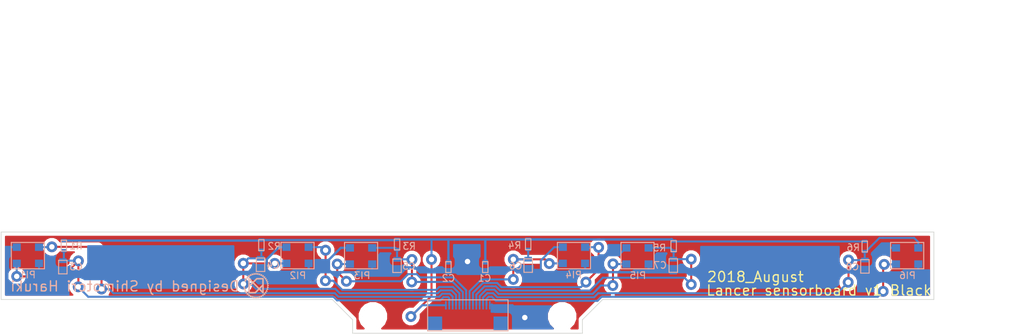
<source format=kicad_pcb>
(kicad_pcb (version 20171130) (host pcbnew "(5.0.0)")

  (general
    (thickness 1.6)
    (drawings 25)
    (tracks 317)
    (zones 0)
    (modules 24)
    (nets 15)
  )

  (page A4)
  (layers
    (0 F.Cu signal hide)
    (31 B.Cu signal)
    (32 B.Adhes user)
    (33 F.Adhes user)
    (34 B.Paste user)
    (35 F.Paste user)
    (36 B.SilkS user)
    (37 F.SilkS user)
    (38 B.Mask user)
    (39 F.Mask user)
    (40 Dwgs.User user)
    (41 Cmts.User user)
    (42 Eco1.User user)
    (43 Eco2.User user)
    (44 Edge.Cuts user)
    (45 Margin user)
    (46 B.CrtYd user)
    (47 F.CrtYd user)
    (48 B.Fab user)
    (49 F.Fab user)
  )

  (setup
    (last_trace_width 0.25)
    (user_trace_width 0.25)
    (user_trace_width 0.29)
    (user_trace_width 0.3)
    (user_trace_width 0.35)
    (user_trace_width 0.4)
    (user_trace_width 0.5)
    (trace_clearance 0.2)
    (zone_clearance 0.508)
    (zone_45_only no)
    (trace_min 0.2)
    (segment_width 0.2)
    (edge_width 0.15)
    (via_size 0.8)
    (via_drill 0.5)
    (via_min_size 0.8)
    (via_min_drill 0.4)
    (user_via 1.6 0.8)
    (user_via 1.6 1)
    (user_via 2 1)
    (uvia_size 0.3)
    (uvia_drill 0.1)
    (uvias_allowed no)
    (uvia_min_size 0.2)
    (uvia_min_drill 0.1)
    (pcb_text_width 0.3)
    (pcb_text_size 1.5 1.5)
    (mod_edge_width 0.15)
    (mod_text_size 1 1)
    (mod_text_width 0.15)
    (pad_size 1.524 1.524)
    (pad_drill 0.762)
    (pad_to_mask_clearance 0.2)
    (aux_axis_origin 126.125 114.875)
    (visible_elements 7FFFFFFF)
    (pcbplotparams
      (layerselection 0x01000_fffffffe)
      (usegerberextensions true)
      (usegerberattributes false)
      (usegerberadvancedattributes false)
      (creategerberjobfile false)
      (excludeedgelayer true)
      (linewidth 0.100000)
      (plotframeref false)
      (viasonmask false)
      (mode 1)
      (useauxorigin false)
      (hpglpennumber 1)
      (hpglpenspeed 20)
      (hpglpendiameter 15.000000)
      (psnegative false)
      (psa4output false)
      (plotreference false)
      (plotvalue false)
      (plotinvisibletext false)
      (padsonsilk false)
      (subtractmaskfromsilk false)
      (outputformat 1)
      (mirror false)
      (drillshape 0)
      (scaleselection 1)
      (outputdirectory "C:/_underbird_file/circuit/2018_lancer/lancer_sensorbord_v1_black_photo/gerber/"))
  )

  (net 0 "")
  (net 1 +3V3)
  (net 2 GND)
  (net 3 ANALOG_SEN1)
  (net 4 ANALOG_SEN2)
  (net 5 ANALOG_SEN3)
  (net 6 ANALOG_SEN4)
  (net 7 ANALOG_SEN5)
  (net 8 ANALOG_SEN6)
  (net 9 VR1)
  (net 10 VR2)
  (net 11 VR3)
  (net 12 VR4)
  (net 13 VR5)
  (net 14 VR6)

  (net_class Default "これは標準のネット クラスです。"
    (clearance 0.2)
    (trace_width 0.25)
    (via_dia 0.8)
    (via_drill 0.5)
    (uvia_dia 0.3)
    (uvia_drill 0.1)
    (add_net +3V3)
    (add_net ANALOG_SEN1)
    (add_net ANALOG_SEN2)
    (add_net ANALOG_SEN3)
    (add_net ANALOG_SEN4)
    (add_net ANALOG_SEN5)
    (add_net ANALOG_SEN6)
    (add_net GND)
    (add_net VR1)
    (add_net VR2)
    (add_net VR3)
    (add_net VR4)
    (add_net VR5)
    (add_net VR6)
  )

  (module C_2012_HandSolderring_0.1u:C_2012_HandSolderring_0.1u (layer B.Cu) (tedit 5B63C7F8) (tstamp 5B25F8CE)
    (at 161.925 96.675 270)
    (path /5B1E56A8)
    (attr smd)
    (fp_text reference C6 (at 2.4 3.8 180) (layer B.SilkS)
      (effects (font (size 1 1) (thickness 0.15)) (justify mirror))
    )
    (fp_text value 1000p (at 4.2 2.2 180) (layer B.Fab)
      (effects (font (size 1 1) (thickness 0.15)) (justify mirror))
    )
    (fp_line (start 1.35 2.575) (end 1.35 1.325) (layer B.SilkS) (width 0.15))
    (fp_line (start 1.35 1.325) (end 3.35 1.325) (layer B.SilkS) (width 0.15))
    (fp_line (start 3.35 2.575) (end 3.35 1.325) (layer B.SilkS) (width 0.15))
    (fp_line (start 1.35 2.575) (end 3.35 2.575) (layer B.SilkS) (width 0.15))
    (pad 1 smd rect (at 1.4 1.95 270) (size 0.7 1.1) (layers B.Cu B.Paste B.Mask)
      (net 6 ANALOG_SEN4))
    (pad 2 smd rect (at 3.3 1.95 270) (size 0.7 1.1) (layers B.Cu B.Paste B.Mask)
      (net 2 GND))
  )

  (module GP2S700HCP:GP2S700HCP (layer F.Cu) (tedit 5B6437EF) (tstamp 5B25F92C)
    (at 161.8 102.3)
    (path /5B1E5688)
    (attr smd)
    (fp_text reference PI4 (at 4.9 -1.9) (layer B.SilkS)
      (effects (font (size 1 1) (thickness 0.15)) (justify mirror))
    )
    (fp_text value GP2S700HCP (at 5 -8.1) (layer F.Fab)
      (effects (font (size 1 1) (thickness 0.15)))
    )
    (fp_line (start 2.5 -2.8) (end 2.5 -6.7) (layer B.SilkS) (width 0.15))
    (fp_line (start 7.4 -2.8) (end 2.5 -2.8) (layer B.SilkS) (width 0.15))
    (fp_line (start 7.4 -6.7) (end 7.4 -2.8) (layer B.SilkS) (width 0.15))
    (fp_line (start 2.5 -6.7) (end 7.4 -6.7) (layer B.SilkS) (width 0.15))
    (pad 3 smd rect (at 6.6 -3.6) (size 1.2 1.1) (layers B.Cu B.Paste B.Mask)
      (net 2 GND))
    (pad 2 smd rect (at 3.3 -3.6) (size 1.2 1.1) (layers B.Cu B.Paste B.Mask)
      (net 6 ANALOG_SEN4))
    (pad 4 smd rect (at 6.6 -6) (size 1.2 1.1) (layers B.Cu B.Paste B.Mask)
      (net 12 VR4))
    (pad 1 smd rect (at 3.3 -6) (size 1.2 1.1) (layers B.Cu B.Paste B.Mask)
      (net 2 GND))
  )

  (module GP2S700HCP:GP2S700HCP (layer F.Cu) (tedit 5B6437FD) (tstamp 5B25F914)
    (at 120.9 102.3)
    (path /5B1E5E28)
    (attr smd)
    (fp_text reference PI2 (at 5 -1.8) (layer B.SilkS)
      (effects (font (size 1 1) (thickness 0.15)) (justify mirror))
    )
    (fp_text value GP2S700HCP (at 4.8 -8) (layer F.Fab)
      (effects (font (size 1 1) (thickness 0.15)))
    )
    (fp_line (start 2.5 -2.8) (end 2.5 -6.7) (layer B.SilkS) (width 0.15))
    (fp_line (start 7.4 -2.8) (end 2.5 -2.8) (layer B.SilkS) (width 0.15))
    (fp_line (start 7.4 -6.7) (end 7.4 -2.8) (layer B.SilkS) (width 0.15))
    (fp_line (start 2.5 -6.7) (end 7.4 -6.7) (layer B.SilkS) (width 0.15))
    (pad 3 smd rect (at 6.6 -3.6) (size 1.2 1.1) (layers B.Cu B.Paste B.Mask)
      (net 2 GND))
    (pad 2 smd rect (at 3.3 -3.6) (size 1.2 1.1) (layers B.Cu B.Paste B.Mask)
      (net 4 ANALOG_SEN2))
    (pad 4 smd rect (at 6.6 -6) (size 1.2 1.1) (layers B.Cu B.Paste B.Mask)
      (net 10 VR2))
    (pad 1 smd rect (at 3.3 -6) (size 1.2 1.1) (layers B.Cu B.Paste B.Mask)
      (net 2 GND))
  )

  (module GP2S700HCP:GP2S700HCP (layer F.Cu) (tedit 5B6437F1) (tstamp 5B25F938)
    (at 181.1 92.8 180)
    (path /5B1E5878)
    (attr smd)
    (fp_text reference PI5 (at 4.9 -7.7 180) (layer B.SilkS)
      (effects (font (size 1 1) (thickness 0.15)) (justify mirror))
    )
    (fp_text value GP2S700HCP (at 3.7 -1.5 180) (layer F.Fab)
      (effects (font (size 1 1) (thickness 0.15)))
    )
    (fp_line (start 2.5 -2.8) (end 2.5 -6.7) (layer B.SilkS) (width 0.15))
    (fp_line (start 7.4 -2.8) (end 2.5 -2.8) (layer B.SilkS) (width 0.15))
    (fp_line (start 7.4 -6.7) (end 7.4 -2.8) (layer B.SilkS) (width 0.15))
    (fp_line (start 2.5 -6.7) (end 7.4 -6.7) (layer B.SilkS) (width 0.15))
    (pad 3 smd rect (at 6.6 -3.6 180) (size 1.2 1.1) (layers B.Cu B.Paste B.Mask)
      (net 2 GND))
    (pad 2 smd rect (at 3.3 -3.6 180) (size 1.2 1.1) (layers B.Cu B.Paste B.Mask)
      (net 7 ANALOG_SEN5))
    (pad 4 smd rect (at 6.6 -6 180) (size 1.2 1.1) (layers B.Cu B.Paste B.Mask)
      (net 13 VR5))
    (pad 1 smd rect (at 3.3 -6 180) (size 1.2 1.1) (layers B.Cu B.Paste B.Mask)
      (net 2 GND))
  )

  (module GP2S700HCP:GP2S700HCP (layer F.Cu) (tedit 5B6437F5) (tstamp 5B25F944)
    (at 221 92.8 180)
    (path /5B1E5A02)
    (attr smd)
    (fp_text reference PI6 (at 4.9 -7.7 180) (layer B.SilkS)
      (effects (font (size 1 1) (thickness 0.15)) (justify mirror))
    )
    (fp_text value GP2S700HCP (at 4.7 -1.2 180) (layer F.Fab)
      (effects (font (size 1 1) (thickness 0.15)))
    )
    (fp_line (start 2.5 -2.8) (end 2.5 -6.7) (layer B.SilkS) (width 0.15))
    (fp_line (start 7.4 -2.8) (end 2.5 -2.8) (layer B.SilkS) (width 0.15))
    (fp_line (start 7.4 -6.7) (end 7.4 -2.8) (layer B.SilkS) (width 0.15))
    (fp_line (start 2.5 -6.7) (end 7.4 -6.7) (layer B.SilkS) (width 0.15))
    (pad 3 smd rect (at 6.6 -3.6 180) (size 1.2 1.1) (layers B.Cu B.Paste B.Mask)
      (net 2 GND))
    (pad 2 smd rect (at 3.3 -3.6 180) (size 1.2 1.1) (layers B.Cu B.Paste B.Mask)
      (net 8 ANALOG_SEN6))
    (pad 4 smd rect (at 6.6 -6 180) (size 1.2 1.1) (layers B.Cu B.Paste B.Mask)
      (net 14 VR6))
    (pad 1 smd rect (at 3.3 -6 180) (size 1.2 1.1) (layers B.Cu B.Paste B.Mask)
      (net 2 GND))
  )

  (module GP2S700HCP:GP2S700HCP (layer F.Cu) (tedit 5B643804) (tstamp 5B25F908)
    (at 81 102.3)
    (path /5B1E5DF2)
    (attr smd)
    (fp_text reference PI1 (at 4.9 -1.9) (layer B.SilkS)
      (effects (font (size 1 1) (thickness 0.15)) (justify mirror))
    )
    (fp_text value GP2S700HCP (at 4.8 -8.6) (layer F.Fab)
      (effects (font (size 1 1) (thickness 0.15)))
    )
    (fp_line (start 2.5 -2.8) (end 2.5 -6.7) (layer B.SilkS) (width 0.15))
    (fp_line (start 7.4 -2.8) (end 2.5 -2.8) (layer B.SilkS) (width 0.15))
    (fp_line (start 7.4 -6.7) (end 7.4 -2.8) (layer B.SilkS) (width 0.15))
    (fp_line (start 2.5 -6.7) (end 7.4 -6.7) (layer B.SilkS) (width 0.15))
    (pad 3 smd rect (at 6.6 -3.6) (size 1.2 1.1) (layers B.Cu B.Paste B.Mask)
      (net 2 GND))
    (pad 2 smd rect (at 3.3 -3.6) (size 1.2 1.1) (layers B.Cu B.Paste B.Mask)
      (net 3 ANALOG_SEN1))
    (pad 4 smd rect (at 6.6 -6) (size 1.2 1.1) (layers B.Cu B.Paste B.Mask)
      (net 9 VR1))
    (pad 1 smd rect (at 3.3 -6) (size 1.2 1.1) (layers B.Cu B.Paste B.Mask)
      (net 2 GND))
  )

  (module GP2S700HCP:GP2S700HCP (layer F.Cu) (tedit 5B6437FF) (tstamp 5B25F920)
    (at 140.2 92.8 180)
    (path /5B1CEE93)
    (attr smd)
    (fp_text reference PI3 (at 4.8 -7.7 180) (layer B.SilkS)
      (effects (font (size 1 1) (thickness 0.15)) (justify mirror))
    )
    (fp_text value GP2S700HCP (at 3.6 -1.5 180) (layer F.Fab)
      (effects (font (size 1 1) (thickness 0.15)))
    )
    (fp_line (start 2.5 -2.8) (end 2.5 -6.7) (layer B.SilkS) (width 0.15))
    (fp_line (start 7.4 -2.8) (end 2.5 -2.8) (layer B.SilkS) (width 0.15))
    (fp_line (start 7.4 -6.7) (end 7.4 -2.8) (layer B.SilkS) (width 0.15))
    (fp_line (start 2.5 -6.7) (end 7.4 -6.7) (layer B.SilkS) (width 0.15))
    (pad 3 smd rect (at 6.6 -3.6 180) (size 1.2 1.1) (layers B.Cu B.Paste B.Mask)
      (net 2 GND))
    (pad 2 smd rect (at 3.3 -3.6 180) (size 1.2 1.1) (layers B.Cu B.Paste B.Mask)
      (net 5 ANALOG_SEN3))
    (pad 4 smd rect (at 6.6 -6 180) (size 1.2 1.1) (layers B.Cu B.Paste B.Mask)
      (net 11 VR3))
    (pad 1 smd rect (at 3.3 -6 180) (size 1.2 1.1) (layers B.Cu B.Paste B.Mask)
      (net 2 GND))
  )

  (module C_2012_HandSolderring_0.1u:C_2012_HandSolderring_0.1u (layer B.Cu) (tedit 5B63C7E2) (tstamp 5B25F8C4)
    (at 142.525 96.7 270)
    (path /5B1CF931)
    (attr smd)
    (fp_text reference C5 (at 2.4 0.2 180) (layer B.SilkS)
      (effects (font (size 1 1) (thickness 0.15)) (justify mirror))
    )
    (fp_text value 1000p (at 4.3 2 180) (layer B.Fab)
      (effects (font (size 1 1) (thickness 0.15)) (justify mirror))
    )
    (fp_line (start 1.35 2.575) (end 1.35 1.325) (layer B.SilkS) (width 0.15))
    (fp_line (start 1.35 1.325) (end 3.35 1.325) (layer B.SilkS) (width 0.15))
    (fp_line (start 3.35 2.575) (end 3.35 1.325) (layer B.SilkS) (width 0.15))
    (fp_line (start 1.35 2.575) (end 3.35 2.575) (layer B.SilkS) (width 0.15))
    (pad 1 smd rect (at 1.4 1.95 270) (size 0.7 1.1) (layers B.Cu B.Paste B.Mask)
      (net 5 ANALOG_SEN3))
    (pad 2 smd rect (at 3.3 1.95 270) (size 0.7 1.1) (layers B.Cu B.Paste B.Mask)
      (net 2 GND))
  )

  (module C_1608_HandSolderring_1000pF:C_1608_HandSolderring_1000pF (layer B.Cu) (tedit 5B63C806) (tstamp 5B25F89C)
    (at 154.525 97.9 270)
    (path /5B1E3960)
    (attr smd)
    (fp_text reference C1 (at 3 1 180) (layer B.SilkS)
      (effects (font (size 1 1) (thickness 0.15)) (justify mirror))
    )
    (fp_text value 0.1u (at -0.5 0.9 180) (layer B.Fab)
      (effects (font (size 1 1) (thickness 0.15)) (justify mirror))
    )
    (fp_line (start 0.55 0.5) (end 2.15 0.5) (layer B.SilkS) (width 0.15))
    (fp_line (start 0.55 1.3) (end 0.55 0.5) (layer B.SilkS) (width 0.15))
    (fp_line (start 0.55 1.3) (end 2.15 1.3) (layer B.SilkS) (width 0.15))
    (fp_line (start 2.15 1.3) (end 2.15 0.5) (layer B.SilkS) (width 0.15))
    (pad 1 smd rect (at 0.625 0.9 270) (size 0.7 0.8) (layers B.Cu B.Paste B.Mask)
      (net 1 +3V3))
    (pad 2 smd rect (at 2.125 0.9 270) (size 0.7 0.8) (layers B.Cu B.Paste B.Mask)
      (net 2 GND))
  )

  (module C_1608_HandSolderring_1000pF:C_1608_HandSolderring_1000pF (layer B.Cu) (tedit 5B63C7E9) (tstamp 5B25F8A6)
    (at 149.075 97.9 270)
    (path /5B1E3987)
    (attr smd)
    (fp_text reference C2 (at 3 0.9 180) (layer B.SilkS)
      (effects (font (size 1 1) (thickness 0.15)) (justify mirror))
    )
    (fp_text value 0.1u (at -0.6 1.5 180) (layer B.Fab)
      (effects (font (size 1 1) (thickness 0.15)) (justify mirror))
    )
    (fp_line (start 0.55 0.5) (end 2.15 0.5) (layer B.SilkS) (width 0.15))
    (fp_line (start 0.55 1.3) (end 0.55 0.5) (layer B.SilkS) (width 0.15))
    (fp_line (start 0.55 1.3) (end 2.15 1.3) (layer B.SilkS) (width 0.15))
    (fp_line (start 2.15 1.3) (end 2.15 0.5) (layer B.SilkS) (width 0.15))
    (pad 1 smd rect (at 0.625 0.9 270) (size 0.7 0.8) (layers B.Cu B.Paste B.Mask)
      (net 1 +3V3))
    (pad 2 smd rect (at 2.125 0.9 270) (size 0.7 0.8) (layers B.Cu B.Paste B.Mask)
      (net 2 GND))
  )

  (module C_2012_HandSolderring_0.1u:C_2012_HandSolderring_0.1u (layer B.Cu) (tedit 5B63C794) (tstamp 5B25F8B0)
    (at 93.075 96.9 270)
    (path /5B1E5E12)
    (attr smd)
    (fp_text reference C3 (at 2.3 0 180) (layer B.SilkS)
      (effects (font (size 1 1) (thickness 0.15)) (justify mirror))
    )
    (fp_text value 1000p (at 2.5 5.1 180) (layer B.Fab)
      (effects (font (size 1 1) (thickness 0.15)) (justify mirror))
    )
    (fp_line (start 1.35 2.575) (end 1.35 1.325) (layer B.SilkS) (width 0.15))
    (fp_line (start 1.35 1.325) (end 3.35 1.325) (layer B.SilkS) (width 0.15))
    (fp_line (start 3.35 2.575) (end 3.35 1.325) (layer B.SilkS) (width 0.15))
    (fp_line (start 1.35 2.575) (end 3.35 2.575) (layer B.SilkS) (width 0.15))
    (pad 1 smd rect (at 1.4 1.95 270) (size 0.7 1.1) (layers B.Cu B.Paste B.Mask)
      (net 3 ANALOG_SEN1))
    (pad 2 smd rect (at 3.3 1.95 270) (size 0.7 1.1) (layers B.Cu B.Paste B.Mask)
      (net 2 GND))
  )

  (module C_2012_HandSolderring_0.1u:C_2012_HandSolderring_0.1u (layer B.Cu) (tedit 5B63C7B0) (tstamp 5B63C6B3)
    (at 122.325 96.55 270)
    (path /5B1E5E48)
    (attr smd)
    (fp_text reference C4 (at 2.4 0.1 180) (layer B.SilkS)
      (effects (font (size 1 1) (thickness 0.15)) (justify mirror))
    )
    (fp_text value 1000p (at 2.2 -3.2 180) (layer B.Fab)
      (effects (font (size 1 1) (thickness 0.15)) (justify mirror))
    )
    (fp_line (start 1.35 2.575) (end 1.35 1.325) (layer B.SilkS) (width 0.15))
    (fp_line (start 1.35 1.325) (end 3.35 1.325) (layer B.SilkS) (width 0.15))
    (fp_line (start 3.35 2.575) (end 3.35 1.325) (layer B.SilkS) (width 0.15))
    (fp_line (start 1.35 2.575) (end 3.35 2.575) (layer B.SilkS) (width 0.15))
    (pad 1 smd rect (at 1.4 1.95 270) (size 0.7 1.1) (layers B.Cu B.Paste B.Mask)
      (net 4 ANALOG_SEN2))
    (pad 2 smd rect (at 3.3 1.95 270) (size 0.7 1.1) (layers B.Cu B.Paste B.Mask)
      (net 2 GND))
  )

  (module C_2012_HandSolderring_0.1u:C_2012_HandSolderring_0.1u (layer B.Cu) (tedit 5B63C826) (tstamp 5B25F8D8)
    (at 183.4 96.675 270)
    (path /5B1E5898)
    (attr smd)
    (fp_text reference C7 (at 2.3 3.9 180) (layer B.SilkS)
      (effects (font (size 1 1) (thickness 0.15)) (justify mirror))
    )
    (fp_text value 1000p (at 2.2 7.5 180) (layer B.Fab)
      (effects (font (size 1 1) (thickness 0.15)) (justify mirror))
    )
    (fp_line (start 1.35 2.575) (end 1.35 1.325) (layer B.SilkS) (width 0.15))
    (fp_line (start 1.35 1.325) (end 3.35 1.325) (layer B.SilkS) (width 0.15))
    (fp_line (start 3.35 2.575) (end 3.35 1.325) (layer B.SilkS) (width 0.15))
    (fp_line (start 1.35 2.575) (end 3.35 2.575) (layer B.SilkS) (width 0.15))
    (pad 1 smd rect (at 1.4 1.95 270) (size 0.7 1.1) (layers B.Cu B.Paste B.Mask)
      (net 7 ANALOG_SEN5))
    (pad 2 smd rect (at 3.3 1.95 270) (size 0.7 1.1) (layers B.Cu B.Paste B.Mask)
      (net 2 GND))
  )

  (module C_2012_HandSolderring_0.1u:C_2012_HandSolderring_0.1u (layer B.Cu) (tedit 5B63C833) (tstamp 5B25F8E2)
    (at 211.75 96.8 270)
    (path /5B1E5A22)
    (attr smd)
    (fp_text reference C8 (at 2.4 3.8 180) (layer B.SilkS)
      (effects (font (size 1 1) (thickness 0.15)) (justify mirror))
    )
    (fp_text value 1000p (at 2.5 -1.3 180) (layer B.Fab)
      (effects (font (size 1 1) (thickness 0.15)) (justify mirror))
    )
    (fp_line (start 1.35 2.575) (end 1.35 1.325) (layer B.SilkS) (width 0.15))
    (fp_line (start 1.35 1.325) (end 3.35 1.325) (layer B.SilkS) (width 0.15))
    (fp_line (start 3.35 2.575) (end 3.35 1.325) (layer B.SilkS) (width 0.15))
    (fp_line (start 1.35 2.575) (end 3.35 2.575) (layer B.SilkS) (width 0.15))
    (pad 1 smd rect (at 1.4 1.95 270) (size 0.7 1.1) (layers B.Cu B.Paste B.Mask)
      (net 8 ANALOG_SEN6))
    (pad 2 smd rect (at 3.3 1.95 270) (size 0.7 1.1) (layers B.Cu B.Paste B.Mask)
      (net 2 GND))
  )

  (module R_1608_HandSoldering:R_1608_HandSoldering (layer B.Cu) (tedit 5B63C77B) (tstamp 5B25F94A)
    (at 92.875 93.925 270)
    (path /5B267697)
    (attr smd)
    (fp_text reference R1 (at 2.2 -0.2 180) (layer B.SilkS)
      (effects (font (size 1 1) (thickness 0.15)) (justify mirror))
    )
    (fp_text value 100k (at 2.1 4.3 180) (layer B.Fab)
      (effects (font (size 1 1) (thickness 0.15)) (justify mirror))
    )
    (fp_line (start 2.95 2) (end 2.95 1.2) (layer B.SilkS) (width 0.15))
    (fp_line (start 1.35 1.2) (end 2.95 1.2) (layer B.SilkS) (width 0.15))
    (fp_line (start 1.35 2) (end 1.35 1.2) (layer B.SilkS) (width 0.15))
    (fp_line (start 1.35 2) (end 2.95 2) (layer B.SilkS) (width 0.15))
    (pad 1 smd rect (at 1.4 1.6 270) (size 0.5 0.8) (layers B.Cu B.Paste B.Mask)
      (net 1 +3V3))
    (pad 2 smd rect (at 2.9 1.6 270) (size 0.5 0.8) (layers B.Cu B.Paste B.Mask)
      (net 3 ANALOG_SEN1))
  )

  (module R_1608_HandSoldering:R_1608_HandSoldering (layer B.Cu) (tedit 5B63C79C) (tstamp 5B25F950)
    (at 122.1 93.85 270)
    (path /5B2676D4)
    (attr smd)
    (fp_text reference R2 (at 2.3 -0.3 180) (layer B.SilkS)
      (effects (font (size 1 1) (thickness 0.15)) (justify mirror))
    )
    (fp_text value 100k (at 2.3 -3.3 180) (layer B.Fab)
      (effects (font (size 1 1) (thickness 0.15)) (justify mirror))
    )
    (fp_line (start 2.95 2) (end 2.95 1.2) (layer B.SilkS) (width 0.15))
    (fp_line (start 1.35 1.2) (end 2.95 1.2) (layer B.SilkS) (width 0.15))
    (fp_line (start 1.35 2) (end 1.35 1.2) (layer B.SilkS) (width 0.15))
    (fp_line (start 1.35 2) (end 2.95 2) (layer B.SilkS) (width 0.15))
    (pad 1 smd rect (at 1.4 1.6 270) (size 0.5 0.8) (layers B.Cu B.Paste B.Mask)
      (net 1 +3V3))
    (pad 2 smd rect (at 2.9 1.6 270) (size 0.5 0.8) (layers B.Cu B.Paste B.Mask)
      (net 4 ANALOG_SEN2))
  )

  (module R_1608_HandSoldering:R_1608_HandSoldering (layer B.Cu) (tedit 5B63C7CD) (tstamp 5B25F956)
    (at 142.175 93.75 270)
    (path /5B26770B)
    (attr smd)
    (fp_text reference R3 (at 2.4 -0.2 180) (layer B.SilkS)
      (effects (font (size 1 1) (thickness 0.15)) (justify mirror))
    )
    (fp_text value 100k (at 0.7 1.5 180) (layer B.Fab)
      (effects (font (size 1 1) (thickness 0.15)) (justify mirror))
    )
    (fp_line (start 2.95 2) (end 2.95 1.2) (layer B.SilkS) (width 0.15))
    (fp_line (start 1.35 1.2) (end 2.95 1.2) (layer B.SilkS) (width 0.15))
    (fp_line (start 1.35 2) (end 1.35 1.2) (layer B.SilkS) (width 0.15))
    (fp_line (start 1.35 2) (end 2.95 2) (layer B.SilkS) (width 0.15))
    (pad 1 smd rect (at 1.4 1.6 270) (size 0.5 0.8) (layers B.Cu B.Paste B.Mask)
      (net 1 +3V3))
    (pad 2 smd rect (at 2.9 1.6 270) (size 0.5 0.8) (layers B.Cu B.Paste B.Mask)
      (net 5 ANALOG_SEN3))
  )

  (module R_1608_HandSoldering:R_1608_HandSoldering locked (layer B.Cu) (tedit 5B63C6AD) (tstamp 5B25F95C)
    (at 161.575 93.725 270)
    (path /5B267744)
    (attr smd)
    (fp_text reference R4 (at 2.3 3.6 180) (layer B.SilkS)
      (effects (font (size 1 1) (thickness 0.15)) (justify mirror))
    )
    (fp_text value 100k (at 0.1 1.7) (layer B.Fab)
      (effects (font (size 1 1) (thickness 0.15)) (justify mirror))
    )
    (fp_line (start 2.95 2) (end 2.95 1.2) (layer B.SilkS) (width 0.15))
    (fp_line (start 1.35 1.2) (end 2.95 1.2) (layer B.SilkS) (width 0.15))
    (fp_line (start 1.35 2) (end 1.35 1.2) (layer B.SilkS) (width 0.15))
    (fp_line (start 1.35 2) (end 2.95 2) (layer B.SilkS) (width 0.15))
    (pad 1 smd rect (at 1.4 1.6 270) (size 0.5 0.8) (layers B.Cu B.Paste B.Mask)
      (net 1 +3V3))
    (pad 2 smd rect (at 2.9 1.6 270) (size 0.5 0.8) (layers B.Cu B.Paste B.Mask)
      (net 6 ANALOG_SEN4))
  )

  (module R_1608_HandSoldering:R_1608_HandSoldering (layer B.Cu) (tedit 5B63C821) (tstamp 5B25F962)
    (at 183.1 94 270)
    (path /5B26777F)
    (attr smd)
    (fp_text reference R5 (at 2.4 3.7 180) (layer B.SilkS)
      (effects (font (size 1 1) (thickness 0.15)) (justify mirror))
    )
    (fp_text value 100k (at 2.3 6.8 180) (layer B.Fab)
      (effects (font (size 1 1) (thickness 0.15)) (justify mirror))
    )
    (fp_line (start 2.95 2) (end 2.95 1.2) (layer B.SilkS) (width 0.15))
    (fp_line (start 1.35 1.2) (end 2.95 1.2) (layer B.SilkS) (width 0.15))
    (fp_line (start 1.35 2) (end 1.35 1.2) (layer B.SilkS) (width 0.15))
    (fp_line (start 1.35 2) (end 2.95 2) (layer B.SilkS) (width 0.15))
    (pad 1 smd rect (at 1.4 1.6 270) (size 0.5 0.8) (layers B.Cu B.Paste B.Mask)
      (net 1 +3V3))
    (pad 2 smd rect (at 2.9 1.6 270) (size 0.5 0.8) (layers B.Cu B.Paste B.Mask)
      (net 7 ANALOG_SEN5))
  )

  (module R_1608_HandSoldering:R_1608_HandSoldering (layer B.Cu) (tedit 5B63C82E) (tstamp 5B25F968)
    (at 211.375 94.05 270)
    (path /5B2677E4)
    (attr smd)
    (fp_text reference R6 (at 2.3 3.3 180) (layer B.SilkS)
      (effects (font (size 1 1) (thickness 0.15)) (justify mirror))
    )
    (fp_text value 100k (at 2.2 -1.2 180) (layer B.Fab)
      (effects (font (size 1 1) (thickness 0.15)) (justify mirror))
    )
    (fp_line (start 2.95 2) (end 2.95 1.2) (layer B.SilkS) (width 0.15))
    (fp_line (start 1.35 1.2) (end 2.95 1.2) (layer B.SilkS) (width 0.15))
    (fp_line (start 1.35 2) (end 1.35 1.2) (layer B.SilkS) (width 0.15))
    (fp_line (start 1.35 2) (end 2.95 2) (layer B.SilkS) (width 0.15))
    (pad 1 smd rect (at 1.4 1.6 270) (size 0.5 0.8) (layers B.Cu B.Paste B.Mask)
      (net 1 +3V3))
    (pad 2 smd rect (at 2.9 1.6 270) (size 0.5 0.8) (layers B.Cu B.Paste B.Mask)
      (net 8 ANALOG_SEN6))
  )

  (module Mounting_Holes:MountingHole_3.2mm_M3 (layer F.Cu) (tedit 5B8CDA02) (tstamp 5B67BF85)
    (at 165 106.55)
    (descr "Mounting Hole 3.2mm, no annular, M3")
    (tags "mounting hole 3.2mm no annular m3")
    (attr virtual)
    (fp_text reference REF1 (at 0 -4.2) (layer Cmts.User)
      (effects (font (size 1 1) (thickness 0.15)))
    )
    (fp_text value MountingHole_3.2mm_M3 (at 0 4.2) (layer F.Fab)
      (effects (font (size 1 1) (thickness 0.15)))
    )
    (fp_text user %R (at 0.3 0) (layer F.Fab)
      (effects (font (size 1 1) (thickness 0.15)))
    )
    (fp_circle (center 0 0) (end 3.2 0) (layer Cmts.User) (width 0.15))
    (fp_circle (center 0 0) (end 3.45 0) (layer F.CrtYd) (width 0.05))
    (pad 1 np_thru_hole circle (at 0 0) (size 3.2 3.2) (drill 3.2) (layers *.Cu *.Mask))
  )

  (module Mounting_Holes:MountingHole_3.2mm_M3 (layer F.Cu) (tedit 5B8240A6) (tstamp 5B67C4E7)
    (at 137 106.55)
    (descr "Mounting Hole 3.2mm, no annular, M3")
    (tags "mounting hole 3.2mm no annular m3")
    (attr virtual)
    (fp_text reference REF** (at 0 -4.2) (layer Cmts.User)
      (effects (font (size 1 1) (thickness 0.15)))
    )
    (fp_text value MountingHole_3.2mm_M3 (at 0 4.2) (layer F.Fab)
      (effects (font (size 1 1) (thickness 0.15)))
    )
    (fp_text user %R (at 0.3 0) (layer F.Fab)
      (effects (font (size 1 1) (thickness 0.15)))
    )
    (fp_circle (center 0 0) (end 3.2 0) (layer Cmts.User) (width 0.15))
    (fp_circle (center 0 0) (end 3.45 0) (layer F.CrtYd) (width 0.05))
    (pad 1 np_thru_hole circle (at 0 0) (size 3.2 3.2) (drill 3.2) (layers *.Cu *.Mask))
  )

  (module sh:sh_3500 (layer B.Cu) (tedit 0) (tstamp 5B81189C)
    (at 119.7 102)
    (attr smd)
    (fp_text reference G*** (at 0 0) (layer B.SilkS) hide
      (effects (font (size 1.524 1.524) (thickness 0.3)) (justify mirror))
    )
    (fp_text value LOGO (at 0.75 0) (layer B.SilkS) hide
      (effects (font (size 1.524 1.524) (thickness 0.3)) (justify mirror))
    )
    (fp_poly (pts (xy -0.483588 1.150169) (xy -0.404446 1.149914) (xy -0.330428 1.149508) (xy -0.262798 1.148965)
      (xy -0.202818 1.148301) (xy -0.151753 1.14753) (xy -0.110865 1.146668) (xy -0.081418 1.145728)
      (xy -0.064675 1.144727) (xy -0.061686 1.144279) (xy -0.051425 1.13815) (xy -0.032735 1.122974)
      (xy -0.005367 1.098517) (xy 0.030928 1.064545) (xy 0.076397 1.020824) (xy 0.131289 0.967121)
      (xy 0.195853 0.903201) (xy 0.217846 0.8813) (xy 0.475606 0.624299) (xy 0.725846 0.875054)
      (xy 0.776122 0.925248) (xy 0.823822 0.972515) (xy 0.867865 1.015808) (xy 0.907171 1.054081)
      (xy 0.940659 1.08629) (xy 0.967248 1.111386) (xy 0.985857 1.128326) (xy 0.995406 1.136062)
      (xy 0.995682 1.136218) (xy 1.02382 1.144734) (xy 1.057048 1.145694) (xy 1.088087 1.139139)
      (xy 1.09598 1.135664) (xy 1.113646 1.122518) (xy 1.131406 1.103354) (xy 1.135534 1.097694)
      (xy 1.153885 1.070688) (xy 1.153885 0.007273) (xy 1.15388 -0.137947) (xy 1.153858 -0.269361)
      (xy 1.153811 -0.387677) (xy 1.15373 -0.493601) (xy 1.153605 -0.587843) (xy 1.15343 -0.671109)
      (xy 1.153194 -0.744108) (xy 1.152889 -0.807547) (xy 1.152506 -0.862134) (xy 1.152037 -0.908577)
      (xy 1.151472 -0.947584) (xy 1.150803 -0.979863) (xy 1.150021 -1.006121) (xy 1.149118 -1.027066)
      (xy 1.148084 -1.043407) (xy 1.146912 -1.05585) (xy 1.145591 -1.065104) (xy 1.144114 -1.071876)
      (xy 1.142471 -1.076874) (xy 1.140654 -1.080807) (xy 1.140421 -1.081247) (xy 1.123087 -1.102936)
      (xy 1.098283 -1.121469) (xy 1.095736 -1.122862) (xy 1.064517 -1.139372) (xy 0.578952 -1.139372)
      (xy 0.470961 -1.139279) (xy 0.377046 -1.138995) (xy 0.296771 -1.138513) (xy 0.2297 -1.137827)
      (xy 0.175394 -1.136928) (xy 0.133419 -1.135812) (xy 0.103337 -1.134469) (xy 0.084712 -1.132894)
      (xy 0.077537 -1.131354) (xy 0.069382 -1.12476) (xy 0.052036 -1.108902) (xy 0.02655 -1.0848)
      (xy -0.006023 -1.053472) (xy -0.044631 -1.015937) (xy -0.088222 -0.973214) (xy -0.135744 -0.926321)
      (xy -0.186144 -0.876277) (xy -0.19408 -0.86837) (xy -0.449844 -0.613404) (xy -0.705708 -0.86872)
      (xy -0.756591 -0.919244) (xy -0.804921 -0.966753) (xy -0.849626 -1.010226) (xy -0.889635 -1.048644)
      (xy -0.923876 -1.080986) (xy -0.951276 -1.106233) (xy -0.970764 -1.123363) (xy -0.981268 -1.131356)
      (xy -0.982002 -1.131704) (xy -1.015163 -1.138822) (xy -1.048355 -1.133959) (xy -1.071875 -1.124276)
      (xy -1.099341 -1.104929) (xy -1.117232 -1.078447) (xy -1.11927 -1.074079) (xy -1.121113 -1.069332)
      (xy -1.122771 -1.063492) (xy -1.124253 -1.055844) (xy -1.125569 -1.04567) (xy -1.12673 -1.032256)
      (xy -1.127745 -1.014887) (xy -1.128623 -0.992845) (xy -1.129375 -0.965416) (xy -1.130011 -0.931885)
      (xy -1.13054 -0.891535) (xy -1.130971 -0.84365) (xy -1.131316 -0.787516) (xy -1.131435 -0.758328)
      (xy -0.907143 -0.758328) (xy -0.75658 -0.607764) (xy -0.606016 -0.4572) (xy -0.60605 -0.457166)
      (xy -0.293863 -0.457166) (xy 0.163199 -0.9144) (xy 0.928914 -0.9144) (xy 0.928914 -0.148685)
      (xy 0.700296 0.079846) (xy 0.471679 0.308377) (xy 0.088908 -0.074395) (xy -0.293863 -0.457166)
      (xy -0.60605 -0.457166) (xy -0.907143 -0.156073) (xy -0.907143 -0.758328) (xy -1.131435 -0.758328)
      (xy -1.131583 -0.722416) (xy -1.131783 -0.647635) (xy -1.131925 -0.562457) (xy -1.13202 -0.466167)
      (xy -1.132076 -0.358049) (xy -1.132104 -0.237386) (xy -1.132114 -0.103465) (xy -1.132115 0.006637)
      (xy -1.132135 0.153769) (xy -1.132173 0.287085) (xy -1.132196 0.407282) (xy -1.132172 0.515058)
      (xy -1.132066 0.611112) (xy -1.131846 0.696142) (xy -1.131479 0.770844) (xy -1.130932 0.835918)
      (xy -1.130172 0.89206) (xy -1.129399 0.928914) (xy -0.907143 0.928914) (xy -0.907143 0.156113)
      (xy -0.680401 -0.070715) (xy -0.633155 -0.117898) (xy -0.589079 -0.161759) (xy -0.549225 -0.201262)
      (xy -0.514647 -0.23537) (xy -0.486398 -0.263047) (xy -0.46553 -0.283257) (xy -0.453097 -0.294962)
      (xy -0.449961 -0.297543) (xy -0.44436 -0.292539) (xy -0.429314 -0.278058) (xy -0.405629 -0.2549)
      (xy -0.374112 -0.223863) (xy -0.335569 -0.185746) (xy -0.290806 -0.141348) (xy -0.24063 -0.091466)
      (xy -0.185847 -0.036901) (xy -0.127263 0.021549) (xy -0.065685 0.083086) (xy -0.065323 0.083449)
      (xy 0.315617 0.46444) (xy 0.311842 0.468217) (xy 0.631369 0.468217) (xy 0.778261 0.321194)
      (xy 0.815976 0.283508) (xy 0.850237 0.249395) (xy 0.879742 0.22014) (xy 0.903189 0.197032)
      (xy 0.919274 0.181357) (xy 0.926695 0.174403) (xy 0.927033 0.174171) (xy 0.92744 0.181175)
      (xy 0.927816 0.20117) (xy 0.928152 0.232636) (xy 0.928439 0.274049) (xy 0.928667 0.323887)
      (xy 0.928826 0.380629) (xy 0.928906 0.442752) (xy 0.928914 0.469833) (xy 0.928914 0.765496)
      (xy 0.780142 0.616856) (xy 0.631369 0.468217) (xy 0.311842 0.468217) (xy -0.148687 0.928914)
      (xy -0.907143 0.928914) (xy -1.129399 0.928914) (xy -1.129166 0.939969) (xy -1.127881 0.980343)
      (xy -1.126283 1.013879) (xy -1.12434 1.041276) (xy -1.122019 1.063232) (xy -1.119287 1.080443)
      (xy -1.11611 1.093609) (xy -1.112456 1.103427) (xy -1.108291 1.110595) (xy -1.103583 1.11581)
      (xy -1.098299 1.119772) (xy -1.092405 1.123177) (xy -1.085868 1.126723) (xy -1.078899 1.130947)
      (xy -1.049723 1.150257) (xy -0.56659 1.150257) (xy -0.483588 1.150169)) (layer B.SilkS) (width 0.01))
    (fp_poly (pts (xy 0.113839 1.738085) (xy 0.166575 1.733601) (xy 0.204685 1.810229) (xy 0.221608 1.844039)
      (xy 0.234589 1.866733) (xy 0.246519 1.879999) (xy 0.26029 1.885525) (xy 0.278796 1.884999)
      (xy 0.304927 1.88011) (xy 0.319231 1.877086) (xy 0.359063 1.868714) (xy 0.371943 1.785765)
      (xy 0.377225 1.75287) (xy 0.381922 1.725687) (xy 0.385501 1.70716) (xy 0.387368 1.700269)
      (xy 0.395409 1.69671) (xy 0.411431 1.691555) (xy 0.412528 1.691238) (xy 0.422312 1.688914)
      (xy 0.430502 1.689585) (xy 0.439132 1.695026) (xy 0.450237 1.70701) (xy 0.465853 1.727311)
      (xy 0.486735 1.755941) (xy 0.538328 1.827129) (xy 0.590293 1.811346) (xy 0.642257 1.795562)
      (xy 0.645885 1.706223) (xy 0.649514 1.616884) (xy 0.671285 1.607585) (xy 0.680782 1.604013)
      (xy 0.689103 1.603531) (xy 0.698568 1.607576) (xy 0.7115 1.617587) (xy 0.730221 1.635)
      (xy 0.755508 1.659734) (xy 0.81796 1.721181) (xy 0.869911 1.695019) (xy 0.896016 1.681308)
      (xy 0.911224 1.671361) (xy 0.917919 1.663085) (xy 0.918485 1.654386) (xy 0.918133 1.652671)
      (xy 0.915398 1.638573) (xy 0.911176 1.614273) (xy 0.906175 1.583917) (xy 0.90357 1.567543)
      (xy 0.898682 1.535676) (xy 0.896262 1.514991) (xy 0.89652 1.502333) (xy 0.899667 1.494545)
      (xy 0.905914 1.488473) (xy 0.909011 1.486061) (xy 0.923685 1.476751) (xy 0.933407 1.473361)
      (xy 0.942182 1.477354) (xy 0.959945 1.48833) (xy 0.984059 1.504577) (xy 1.010135 1.52311)
      (xy 1.07874 1.573021) (xy 1.120987 1.541417) (xy 1.142076 1.525533) (xy 1.158259 1.513142)
      (xy 1.166329 1.506703) (xy 1.166569 1.506478) (xy 1.165715 1.498704) (xy 1.160912 1.480032)
      (xy 1.152951 1.453281) (xy 1.14289 1.42207) (xy 1.115875 1.340997) (xy 1.151769 1.305103)
      (xy 1.23146 1.345069) (xy 1.31115 1.385036) (xy 1.352012 1.344173) (xy 1.392875 1.303311)
      (xy 1.35165 1.224879) (xy 1.310426 1.146446) (xy 1.346287 1.110585) (xy 1.428596 1.136363)
      (xy 1.460848 1.14613) (xy 1.487732 1.153641) (xy 1.506431 1.158151) (xy 1.514121 1.158926)
      (xy 1.523464 1.147877) (xy 1.536634 1.130353) (xy 1.550978 1.110161) (xy 1.56384 1.091104)
      (xy 1.572566 1.076989) (xy 1.5748 1.071955) (xy 1.570735 1.06369) (xy 1.559726 1.046493)
      (xy 1.543547 1.023035) (xy 1.527628 1.00095) (xy 1.508492 0.974052) (xy 1.493118 0.950866)
      (xy 1.48329 0.934186) (xy 1.480618 0.927355) (xy 1.484881 0.915062) (xy 1.493318 0.901745)
      (xy 1.497723 0.896113) (xy 1.502357 0.892118) (xy 1.50917 0.889868) (xy 1.520112 0.889468)
      (xy 1.537132 0.891025) (xy 1.562183 0.894642) (xy 1.597212 0.900428) (xy 1.644172 0.908488)
      (xy 1.656442 0.910601) (xy 1.666929 0.911314) (xy 1.675295 0.907553) (xy 1.683907 0.896838)
      (xy 1.695126 0.87669) (xy 1.702419 0.86237) (xy 1.728438 0.810703) (xy 1.666575 0.748251)
      (xy 1.604711 0.6858) (xy 1.61471 0.662441) (xy 1.624708 0.639082) (xy 1.712933 0.637041)
      (xy 1.801159 0.635) (xy 1.833981 0.531402) (xy 1.766162 0.482862) (xy 1.739069 0.463224)
      (xy 1.716637 0.446499) (xy 1.701338 0.434562) (xy 1.695694 0.429432) (xy 1.695583 0.419685)
      (xy 1.698954 0.402817) (xy 1.699179 0.401979) (xy 1.702202 0.39235) (xy 1.706815 0.385496)
      (xy 1.715596 0.380389) (xy 1.731124 0.375997) (xy 1.75598 0.371292) (xy 1.790127 0.365668)
      (xy 1.827195 0.359647) (xy 1.852577 0.354273) (xy 1.868808 0.347304) (xy 1.878427 0.336494)
      (xy 1.883969 0.3196) (xy 1.88797 0.294379) (xy 1.89031 0.277047) (xy 1.895238 0.241216)
      (xy 1.818476 0.200042) (xy 1.786056 0.182465) (xy 1.764344 0.169804) (xy 1.751196 0.160224)
      (xy 1.744472 0.151892) (xy 1.742027 0.142973) (xy 1.741714 0.134351) (xy 1.741714 0.109836)
      (xy 1.825438 0.08228) (xy 1.909161 0.054725) (xy 1.90708 -0.002892) (xy 1.905 -0.060508)
      (xy 1.825171 -0.087063) (xy 1.745342 -0.113617) (xy 1.743107 -0.139988) (xy 1.740871 -0.166359)
      (xy 1.815678 -0.203756) (xy 1.845419 -0.218706) (xy 1.870003 -0.231218) (xy 1.886752 -0.239919)
      (xy 1.892946 -0.243385) (xy 1.893155 -0.251108) (xy 1.891328 -0.26875) (xy 1.888133 -0.29197)
      (xy 1.88424 -0.316429) (xy 1.880319 -0.337786) (xy 1.877038 -0.3517) (xy 1.875797 -0.354564)
      (xy 1.86778 -0.356982) (xy 1.848428 -0.361127) (xy 1.820734 -0.366397) (xy 1.790999 -0.37163)
      (xy 1.758465 -0.377308) (xy 1.731686 -0.382269) (xy 1.713605 -0.385947) (xy 1.707191 -0.387704)
      (xy 1.703872 -0.395488) (xy 1.698832 -0.41136) (xy 1.698495 -0.412528) (xy 1.696172 -0.422307)
      (xy 1.696841 -0.430494) (xy 1.702275 -0.439121) (xy 1.714248 -0.450221) (xy 1.734533 -0.465827)
      (xy 1.763293 -0.486804) (xy 1.834576 -0.538467) (xy 1.816518 -0.592176) (xy 1.798459 -0.645886)
      (xy 1.624899 -0.645886) (xy 1.614805 -0.669472) (xy 1.604711 -0.693057) (xy 1.666575 -0.755509)
      (xy 1.728438 -0.81796) (xy 1.702903 -0.868665) (xy 1.677369 -0.91937) (xy 1.591822 -0.905763)
      (xy 1.506276 -0.892156) (xy 1.493527 -0.908721) (xy 1.484128 -0.923481) (xy 1.480618 -0.933408)
      (xy 1.484611 -0.942189) (xy 1.495582 -0.95995) (xy 1.511818 -0.984047) (xy 1.530133 -1.009813)
      (xy 1.579808 -1.078096) (xy 1.557245 -1.107488) (xy 1.54154 -1.128399) (xy 1.527839 -1.147393)
      (xy 1.523504 -1.153713) (xy 1.512327 -1.170547) (xy 1.430291 -1.143211) (xy 1.348254 -1.115876)
      (xy 1.31236 -1.15177) (xy 1.352326 -1.23146) (xy 1.392292 -1.311151) (xy 1.310941 -1.392502)
      (xy 1.232759 -1.351208) (xy 1.154577 -1.309915) (xy 1.135652 -1.328658) (xy 1.116728 -1.347402)
      (xy 1.143193 -1.429266) (xy 1.153022 -1.461573) (xy 1.160142 -1.488779) (xy 1.163876 -1.507996)
      (xy 1.163586 -1.516305) (xy 1.149882 -1.527016) (xy 1.130927 -1.540693) (xy 1.110495 -1.554765)
      (xy 1.09236 -1.566661) (xy 1.080295 -1.573809) (xy 1.077736 -1.5748) (xy 1.07009 -1.570749)
      (xy 1.053421 -1.559773) (xy 1.030332 -1.543638) (xy 1.008207 -1.527629) (xy 0.981308 -1.508493)
      (xy 0.958123 -1.493119) (xy 0.941443 -1.48329) (xy 0.934612 -1.480619) (xy 0.922324 -1.484907)
      (xy 0.90917 -1.493319) (xy 0.901812 -1.499574) (xy 0.89761 -1.506434) (xy 0.896355 -1.517057)
      (xy 0.897839 -1.534601) (xy 0.901856 -1.562225) (xy 0.903813 -1.5748) (xy 0.908896 -1.606645)
      (xy 0.913553 -1.634534) (xy 0.917083 -1.65432) (xy 0.918217 -1.659929) (xy 0.918415 -1.66893)
      (xy 0.91288 -1.677159) (xy 0.899225 -1.686709) (xy 0.875064 -1.699669) (xy 0.869911 -1.702277)
      (xy 0.81796 -1.728439) (xy 0.75467 -1.665443) (xy 0.691381 -1.602446) (xy 0.668633 -1.61421)
      (xy 0.645885 -1.625973) (xy 0.645885 -1.79846) (xy 0.592425 -1.816434) (xy 0.538965 -1.834409)
      (xy 0.490272 -1.766377) (xy 0.470603 -1.739239) (xy 0.453846 -1.71676) (xy 0.441872 -1.701406)
      (xy 0.436689 -1.695695) (xy 0.42696 -1.695596) (xy 0.410027 -1.698965) (xy 0.408863 -1.699276)
      (xy 0.400719 -1.701389) (xy 0.394567 -1.70397) (xy 0.389782 -1.709001) (xy 0.385739 -1.718463)
      (xy 0.381812 -1.734338) (xy 0.377375 -1.758609) (xy 0.371805 -1.793256) (xy 0.364569 -1.839659)
      (xy 0.358901 -1.875917) (xy 0.305469 -1.885486) (xy 0.278988 -1.889364) (xy 0.258185 -1.890808)
      (xy 0.247028 -1.889571) (xy 0.246435 -1.889142) (xy 0.240925 -1.880645) (xy 0.230306 -1.862173)
      (xy 0.2162 -1.836606) (xy 0.20302 -1.812084) (xy 0.165206 -1.74094) (xy 0.138909 -1.743142)
      (xy 0.112611 -1.745343) (xy 0.062255 -1.908629) (xy 0.003913 -1.908608) (xy -0.054429 -1.908588)
      (xy -0.079932 -1.826965) (xy -0.105435 -1.745343) (xy -0.131693 -1.743142) (xy -0.15795 -1.74094)
      (xy -0.195764 -1.812084) (xy -0.211528 -1.841348) (xy -0.225154 -1.865908) (xy -0.235016 -1.882881)
      (xy -0.239179 -1.889142) (xy -0.248557 -1.890799) (xy -0.268173 -1.88974) (xy -0.294059 -1.886209)
      (xy -0.298213 -1.885486) (xy -0.351645 -1.875917) (xy -0.357313 -1.839659) (xy -0.36462 -1.792802)
      (xy -0.370174 -1.758283) (xy -0.374601 -1.734117) (xy -0.378526 -1.718325) (xy -0.382575 -1.708924)
      (xy -0.387371 -1.703931) (xy -0.393542 -1.701367) (xy -0.401607 -1.699276) (xy -0.418773 -1.695716)
      (xy -0.429157 -1.695569) (xy -0.429433 -1.695695) (xy -0.435365 -1.702328) (xy -0.447798 -1.718353)
      (xy -0.464861 -1.741303) (xy -0.483016 -1.766377) (xy -0.531709 -1.834409) (xy -0.585169 -1.816434)
      (xy -0.638629 -1.79846) (xy -0.638629 -1.625973) (xy -0.661377 -1.61421) (xy -0.684124 -1.602446)
      (xy -0.747414 -1.665443) (xy -0.810703 -1.728439) (xy -0.862654 -1.702277) (xy -0.888775 -1.688553)
      (xy -0.903997 -1.678585) (xy -0.910706 -1.670282) (xy -0.911287 -1.661553) (xy -0.91096 -1.659929)
      (xy -0.90827 -1.645829) (xy -0.904096 -1.621527) (xy -0.899141 -1.591168) (xy -0.896557 -1.5748)
      (xy -0.891706 -1.542922) (xy -0.889315 -1.522224) (xy -0.889592 -1.509548) (xy -0.892744 -1.501735)
      (xy -0.898979 -1.495627) (xy -0.901914 -1.493319) (xy -0.916988 -1.483949) (xy -0.927356 -1.480619)
      (xy -0.936709 -1.484639) (xy -0.954831 -1.495651) (xy -0.978932 -1.511872) (xy -1.00095 -1.527629)
      (xy -1.027386 -1.5467) (xy -1.049557 -1.562075) (xy -1.064861 -1.571987) (xy -1.07048 -1.5748)
      (xy -1.078166 -1.570936) (xy -1.093782 -1.561058) (xy -1.113554 -1.547737) (xy -1.133708 -1.533544)
      (xy -1.150471 -1.521051) (xy -1.15633 -1.516305) (xy -1.156592 -1.507783) (xy -1.152803 -1.488426)
      (xy -1.145638 -1.461123) (xy -1.135937 -1.429266) (xy -1.109472 -1.347402) (xy -1.128396 -1.328658)
      (xy -1.147321 -1.309915) (xy -1.225503 -1.351208) (xy -1.303685 -1.392502) (xy -1.385036 -1.311151)
      (xy -1.34507 -1.23146) (xy -1.305104 -1.15177) (xy -1.340998 -1.115876) (xy -1.423034 -1.143211)
      (xy -1.505071 -1.170547) (xy -1.516248 -1.153713) (xy -1.527422 -1.1378) (xy -1.542792 -1.116965)
      (xy -1.549989 -1.107488) (xy -1.572552 -1.078096) (xy -1.522876 -1.009813) (xy -1.503283 -0.982199)
      (xy -1.487361 -0.958462) (xy -1.476825 -0.941246) (xy -1.473362 -0.933408) (xy -1.477583 -0.922122)
      (xy -1.486271 -0.908721) (xy -1.499019 -0.892156) (xy -1.670113 -0.91937) (xy -1.695647 -0.868665)
      (xy -1.721182 -0.81796) (xy -1.659319 -0.755509) (xy -1.597455 -0.693057) (xy -1.607549 -0.669472)
      (xy -1.617643 -0.645886) (xy -1.791203 -0.645886) (xy -1.809261 -0.592176) (xy -1.82732 -0.538467)
      (xy -1.756036 -0.486804) (xy -1.726159 -0.464998) (xy -1.706287 -0.449638) (xy -1.694647 -0.438694)
      (xy -1.689466 -0.430131) (xy -1.68897 -0.421916) (xy -1.691239 -0.412528) (xy -1.696319 -0.396336)
      (xy -1.699812 -0.387848) (xy -1.699935 -0.387704) (xy -1.707538 -0.385685) (xy -1.726518 -0.381869)
      (xy -1.753933 -0.376821) (xy -1.783742 -0.37163) (xy -1.816405 -0.365861) (xy -1.84343 -0.360672)
      (xy -1.861828 -0.356667) (xy -1.868541 -0.354564) (xy -1.871217 -0.3463) (xy -1.874885 -0.328312)
      (xy -1.878876 -0.304942) (xy -1.882521 -0.28053) (xy -1.885151 -0.259415) (xy -1.886095 -0.24594)
      (xy -1.88569 -0.243385) (xy -1.878603 -0.239447) (xy -1.861197 -0.230423) (xy -1.83615 -0.217688)
      (xy -1.808422 -0.203756) (xy -1.733615 -0.166359) (xy -1.73585 -0.139988) (xy -1.738086 -0.113617)
      (xy -1.817915 -0.087063) (xy -1.897743 -0.060508) (xy -1.899824 -0.002892) (xy -1.899928 0)
      (xy -1.635923 0) (xy -1.635042 -0.07924) (xy -1.632436 -0.147542) (xy -1.627645 -0.208431)
      (xy -1.620207 -0.265427) (xy -1.609663 -0.322054) (xy -1.59555 -0.381835) (xy -1.577409 -0.448291)
      (xy -1.577158 -0.449165) (xy -1.528407 -0.593779) (xy -1.467233 -0.731847) (xy -1.394357 -0.862729)
      (xy -1.310496 -0.985783) (xy -1.21637 -1.10037) (xy -1.112698 -1.205849) (xy -1.000198 -1.30158)
      (xy -0.87959 -1.386921) (xy -0.751591 -1.461232) (xy -0.616922 -1.523873) (xy -0.4763 -1.574204)
      (xy -0.330445 -1.611583) (xy -0.257629 -1.624922) (xy -0.213669 -1.631792) (xy -0.177224 -1.636961)
      (xy -0.14504 -1.640625) (xy -0.113864 -1.64298) (xy -0.080441 -1.64422) (xy -0.041518 -1.644543)
      (xy 0.00616 -1.644143) (xy 0.0508 -1.643468) (xy 0.110988 -1.642017) (xy 0.16095 -1.63962)
      (xy 0.204961 -1.635915) (xy 0.247297 -1.630539) (xy 0.292234 -1.623127) (xy 0.293914 -1.622825)
      (xy 0.44553 -1.588435) (xy 0.590952 -1.541388) (xy 0.729616 -1.482315) (xy 0.860961 -1.411846)
      (xy 0.984425 -1.330609) (xy 1.099446 -1.239235) (xy 1.205461 -1.138353) (xy 1.301908 -1.028594)
      (xy 1.388226 -0.910586) (xy 1.463853 -0.784961) (xy 1.528226 -0.652347) (xy 1.580783 -0.513375)
      (xy 1.620962 -0.368674) (xy 1.648201 -0.218874) (xy 1.660555 -0.091534) (xy 1.662605 0.063222)
      (xy 1.650504 0.215723) (xy 1.624537 0.365225) (xy 1.584988 0.510984) (xy 1.532142 0.652257)
      (xy 1.466284 0.7883) (xy 1.387697 0.91837) (xy 1.296668 1.041723) (xy 1.193479 1.157615)
      (xy 1.175617 1.175657) (xy 1.060126 1.280614) (xy 0.937158 1.373233) (xy 0.807268 1.453263)
      (xy 0.67101 1.520456) (xy 0.52894 1.574561) (xy 0.381611 1.615331) (xy 0.229578 1.642515)
      (xy 0.111735 1.653904) (xy -0.040973 1.656344) (xy -0.191116 1.644904) (xy -0.337957 1.620101)
      (xy -0.480759 1.582456) (xy -0.618785 1.532485) (xy -0.751298 1.470707) (xy -0.87756 1.397641)
      (xy -0.996835 1.313805) (xy -1.108385 1.219718) (xy -1.211473 1.115897) (xy -1.305362 1.002862)
      (xy -1.389315 0.881131) (xy -1.462594 0.751221) (xy -1.524463 0.613653) (xy -1.574185 0.468943)
      (xy -1.574436 0.468085) (xy -1.594053 0.397246) (xy -1.609269 0.332608) (xy -1.620556 0.270586)
      (xy -1.628385 0.207596) (xy -1.633225 0.140053) (xy -1.635549 0.064372) (xy -1.635923 0)
      (xy -1.899928 0) (xy -1.901905 0.054725) (xy -1.818181 0.08228) (xy -1.734458 0.109836)
      (xy -1.734458 0.134351) (xy -1.735041 0.145018) (xy -1.738219 0.153657) (xy -1.746135 0.162102)
      (xy -1.760931 0.172186) (xy -1.78475 0.185743) (xy -1.81122 0.200042) (xy -1.887982 0.241216)
      (xy -1.883054 0.277047) (xy -1.878845 0.30754) (xy -1.874428 0.328526) (xy -1.867266 0.34225)
      (xy -1.854822 0.350956) (xy -1.834561 0.356887) (xy -1.803944 0.362288) (xy -1.782871 0.365668)
      (xy -1.746904 0.371605) (xy -1.722687 0.376262) (xy -1.707641 0.380668) (xy -1.699186 0.385852)
      (xy -1.694744 0.392844) (xy -1.691923 0.401979) (xy -1.688412 0.419013) (xy -1.688344 0.429236)
      (xy -1.688438 0.429432) (xy -1.695073 0.435367) (xy -1.711094 0.447798) (xy -1.734032 0.464853)
      (xy -1.758906 0.482862) (xy -1.826725 0.531402) (xy -1.810314 0.583201) (xy -1.793902 0.635)
      (xy -1.617452 0.639082) (xy -1.607454 0.662441) (xy -1.597455 0.6858) (xy -1.659319 0.748251)
      (xy -1.721182 0.810703) (xy -1.695163 0.86237) (xy -1.681763 0.88814) (xy -1.672149 0.903242)
      (xy -1.663956 0.910155) (xy -1.654821 0.91136) (xy -1.649186 0.910601) (xy -1.599306 0.902021)
      (xy -1.56179 0.895739) (xy -1.534688 0.891648) (xy -1.516049 0.889642) (xy -1.503923 0.889616)
      (xy -1.49636 0.891463) (xy -1.49141 0.895078) (xy -1.487122 0.900355) (xy -1.486062 0.901745)
      (xy -1.476716 0.916895) (xy -1.473362 0.927355) (xy -1.477384 0.936683) (xy -1.488409 0.95481)
      (xy -1.504667 0.978971) (xy -1.521081 1.001916) (xy -1.541141 1.030629) (xy -1.555922 1.054578)
      (xy -1.564026 1.07135) (xy -1.564944 1.077621) (xy -1.558667 1.088854) (xy -1.547062 1.106049)
      (xy -1.532875 1.125536) (xy -1.518852 1.143644) (xy -1.507738 1.156701) (xy -1.502494 1.161101)
      (xy -1.494427 1.159028) (xy -1.475433 1.153428) (xy -1.448419 1.145174) (xy -1.418772 1.135922)
      (xy -1.338943 1.110785) (xy -1.321056 1.128615) (xy -1.30317 1.146446) (xy -1.344394 1.224879)
      (xy -1.385618 1.303311) (xy -1.344756 1.344173) (xy -1.303894 1.385036) (xy -1.224203 1.345069)
      (xy -1.144513 1.305103) (xy -1.108619 1.340997) (xy -1.135633 1.42207) (xy -1.145914 1.453989)
      (xy -1.15381 1.480581) (xy -1.158528 1.499027) (xy -1.159313 1.506478) (xy -1.15225 1.512172)
      (xy -1.136747 1.524069) (xy -1.116011 1.53971) (xy -1.113731 1.541417) (xy -1.071484 1.573021)
      (xy -1.002878 1.52311) (xy -0.9752 1.503467) (xy -0.951397 1.487492) (xy -0.934107 1.476894)
      (xy -0.926151 1.473361) (xy -0.914827 1.477585) (xy -0.901755 1.486061) (xy -0.894323 1.492294)
      (xy -0.890068 1.499089) (xy -0.888779 1.509601) (xy -0.890245 1.526987) (xy -0.894255 1.554402)
      (xy -0.896314 1.567543) (xy -0.901438 1.599385) (xy -0.906144 1.627273) (xy -0.909721 1.647059)
      (xy -0.910876 1.652671) (xy -0.911136 1.661658) (xy -0.90568 1.669858) (xy -0.892127 1.679363)
      (xy -0.868093 1.692267) (xy -0.862654 1.695019) (xy -0.810703 1.721181) (xy -0.748252 1.659734)
      (xy -0.721873 1.633949) (xy -0.703491 1.616933) (xy -0.690784 1.60725) (xy -0.68143 1.603461)
      (xy -0.673106 1.604128) (xy -0.664029 1.607585) (xy -0.642258 1.616884) (xy -0.635 1.795562)
      (xy -0.583036 1.811346) (xy -0.531072 1.827129) (xy -0.479479 1.755941) (xy -0.457689 1.726086)
      (xy -0.442343 1.706237) (xy -0.431408 1.694618) (xy -0.422848 1.689455) (xy -0.414627 1.688973)
      (xy -0.405272 1.691238) (xy -0.38896 1.696421) (xy -0.380261 1.700139) (xy -0.380112 1.700269)
      (xy -0.37806 1.708023) (xy -0.374395 1.727189) (xy -0.369645 1.754822) (xy -0.364687 1.785765)
      (xy -0.351807 1.868714) (xy -0.311975 1.877086) (xy -0.281674 1.883333) (xy -0.260244 1.885942)
      (xy -0.244791 1.883226) (xy -0.232423 1.873495) (xy -0.220249 1.855063) (xy -0.205375 1.82624)
      (xy -0.197428 1.810229) (xy -0.159319 1.733601) (xy -0.132623 1.735843) (xy -0.105928 1.738085)
      (xy -0.055692 1.901371) (xy 0.062921 1.901371) (xy 0.113839 1.738085)) (layer B.SilkS) (width 0.01))
  )

  (module "Footprint:CN-FFC-SMT2(CN-FFC(0.5)14PD)" (layer F.Cu) (tedit 5B84FA6D) (tstamp 5B8D6483)
    (at 144.8 109.400001)
    (path /5B288245)
    (attr smd)
    (fp_text reference P1 (at 6 0.5) (layer B.SilkS)
      (effects (font (size 1 1) (thickness 0.15)) (justify mirror))
    )
    (fp_text value "CN-FFC-SMT2(CN-FFC(0.5)14PD)" (at 7.8 0.7) (layer B.Fab)
      (effects (font (size 1 1) (thickness 0.15)) (justify mirror))
    )
    (fp_line (start 0.3 -0.7) (end 12.2 -0.7) (layer B.SilkS) (width 0.15))
    (fp_line (start 12.2 -0.7) (end 12.2 -5.3) (layer B.SilkS) (width 0.15))
    (fp_line (start 12.2 -5.3) (end 0.3 -5.3) (layer B.SilkS) (width 0.15))
    (fp_line (start 0.3 -5.3) (end 0.3 -0.7) (layer B.SilkS) (width 0.15))
    (pad "" smd rect (at 1.35 -1.825) (size 2.2 2) (layers B.Cu B.Paste B.Mask))
    (pad "" smd rect (at 11.15 -1.825) (size 2.2 2) (layers B.Cu B.Paste B.Mask))
    (pad 1 smd rect (at 3 -4.5) (size 0.23 1.25) (layers B.Cu B.Paste B.Mask)
      (net 1 +3V3))
    (pad "" smd rect (at 11.15 -1.825) (size 1.8 2) (layers B.Cu B.Paste B.Mask))
    (pad "" smd rect (at 1.35 -1.825) (size 1.8 2) (layers B.Cu B.Paste B.Mask))
    (pad 2 smd rect (at 3.5 -4.5) (size 0.23 1.25) (layers B.Cu B.Paste B.Mask)
      (net 3 ANALOG_SEN1))
    (pad 3 smd rect (at 4 -4.5) (size 0.23 1.25) (layers B.Cu B.Paste B.Mask)
      (net 9 VR1))
    (pad 4 smd rect (at 4.5 -4.5) (size 0.23 1.25) (layers B.Cu B.Paste B.Mask)
      (net 4 ANALOG_SEN2))
    (pad 5 smd rect (at 5 -4.5) (size 0.23 1.25) (layers B.Cu B.Paste B.Mask)
      (net 10 VR2))
    (pad 6 smd rect (at 5.5 -4.5) (size 0.23 1.25) (layers B.Cu B.Paste B.Mask)
      (net 5 ANALOG_SEN3))
    (pad 7 smd rect (at 6 -4.5) (size 0.23 1.25) (layers B.Cu B.Paste B.Mask)
      (net 11 VR3))
    (pad 8 smd rect (at 6.5 -4.5) (size 0.23 1.25) (layers B.Cu B.Paste B.Mask)
      (net 6 ANALOG_SEN4))
    (pad 9 smd rect (at 7 -4.5) (size 0.23 1.25) (layers B.Cu B.Paste B.Mask)
      (net 12 VR4))
    (pad 10 smd rect (at 7.5 -4.5) (size 0.23 1.25) (layers B.Cu B.Paste B.Mask)
      (net 7 ANALOG_SEN5))
    (pad 11 smd rect (at 8 -4.5) (size 0.23 1.25) (layers B.Cu B.Paste B.Mask)
      (net 13 VR5))
    (pad 12 smd rect (at 8.5 -4.5) (size 0.23 1.25) (layers B.Cu B.Paste B.Mask)
      (net 8 ANALOG_SEN6))
    (pad 13 smd rect (at 9 -4.5) (size 0.23 1.25) (layers B.Cu B.Paste B.Mask)
      (net 14 VR6))
    (pad 14 smd rect (at 9.5 -4.5) (size 0.23 1.25) (layers B.Cu B.Paste B.Mask)
      (net 2 GND))
    (model C:/_underbird_file/3DCAD/electronic_parts/51281-1494_stp/512811494.stp
      (offset (xyz 6.25 4.5 -1.75))
      (scale (xyz 1 1 1))
      (rotate (xyz 90 0 180))
    )
  )

  (gr_text "Designed by Shimotori Haruki" (at 100.3 102.1) (layer B.SilkS)
    (effects (font (size 1.5 1.5) (thickness 0.2)) (justify mirror))
  )
  (dimension 15.000187 (width 0.3) (layer Cmts.User)
    (gr_text "15.000 mm" (at 227.81103 101.250757 -89.71352349) (layer Cmts.User)
      (effects (font (size 1.5 1.5) (thickness 0.3)))
    )
    (feature1 (pts (xy 167.925 94.05) (xy 226.25997 93.758325)))
    (feature2 (pts (xy 168 109.05) (xy 226.33497 108.758325)))
    (crossbar (pts (xy 225.748556 108.761257) (xy 225.673556 93.761257)))
    (arrow1a (pts (xy 225.673556 93.761257) (xy 226.265602 94.884815)))
    (arrow1b (pts (xy 225.673556 93.761257) (xy 225.092775 94.890679)))
    (arrow2a (pts (xy 225.748556 108.761257) (xy 226.329337 107.631835)))
    (arrow2b (pts (xy 225.748556 108.761257) (xy 225.15651 107.637699)))
  )
  (dimension 138.000036 (width 0.3) (layer Cmts.User)
    (gr_text "138.000 mm" (at 150.97587 60.776268 0.04151867354) (layer Cmts.User)
      (effects (font (size 1.5 1.5) (thickness 0.3)))
    )
    (feature1 (pts (xy 82 94.125) (xy 81.976967 62.339847)))
    (feature2 (pts (xy 220 94.025) (xy 219.976967 62.239847)))
    (crossbar (pts (xy 219.977392 62.826267) (xy 81.977392 62.926267)))
    (arrow1a (pts (xy 81.977392 62.926267) (xy 83.103471 62.33903)))
    (arrow1b (pts (xy 81.977392 62.926267) (xy 83.10432 63.511871)))
    (arrow2a (pts (xy 219.977392 62.826267) (xy 218.850464 62.240663)))
    (arrow2b (pts (xy 219.977392 62.826267) (xy 218.851313 63.413504)))
  )
  (gr_text 2018_August (at 193.6 100.7) (layer F.SilkS)
    (effects (font (size 1.5 1.5) (thickness 0.2)))
  )
  (dimension 4.5 (width 0.3) (layer Cmts.User)
    (gr_text "4.500 mm" (at 130.55 89) (layer Cmts.User)
      (effects (font (size 1.5 1.5) (thickness 0.3)))
    )
    (feature1 (pts (xy 128.3 95.6) (xy 128.3 90.513579)))
    (feature2 (pts (xy 132.8 95.6) (xy 132.8 90.513579)))
    (crossbar (pts (xy 132.8 91.1) (xy 128.3 91.1)))
    (arrow1a (pts (xy 128.3 91.1) (xy 129.426504 90.513579)))
    (arrow1b (pts (xy 128.3 91.1) (xy 129.426504 91.686421)))
    (arrow2a (pts (xy 132.8 91.1) (xy 131.673496 90.513579)))
    (arrow2b (pts (xy 132.8 91.1) (xy 131.673496 91.686421)))
  )
  (dimension 4.5 (width 0.3) (layer Cmts.User)
    (gr_text "4.500 mm" (at 171.45 89.1) (layer Cmts.User)
      (effects (font (size 1.5 1.5) (thickness 0.3)))
    )
    (feature1 (pts (xy 173.7 95.6) (xy 173.7 90.613579)))
    (feature2 (pts (xy 169.2 95.6) (xy 169.2 90.613579)))
    (crossbar (pts (xy 169.2 91.2) (xy 173.7 91.2)))
    (arrow1a (pts (xy 173.7 91.2) (xy 172.573496 91.786421)))
    (arrow1b (pts (xy 173.7 91.2) (xy 172.573496 90.613579)))
    (arrow2a (pts (xy 169.2 91.2) (xy 170.326504 91.786421)))
    (arrow2b (pts (xy 169.2 91.2) (xy 170.326504 90.613579)))
  )
  (dimension 13.300376 (width 0.3) (layer Cmts.User)
    (gr_text "13.300 mm" (at 144.300898 89.019483 0.430787217) (layer Cmts.User)
      (effects (font (size 1.5 1.5) (thickness 0.3)))
    )
    (feature1 (pts (xy 151 95.5) (xy 150.962278 90.48302)))
    (feature2 (pts (xy 137.7 95.6) (xy 137.662278 90.58302)))
    (crossbar (pts (xy 137.666687 91.169424) (xy 150.966687 91.069424)))
    (arrow1a (pts (xy 150.966687 91.069424) (xy 149.844624 91.664298)))
    (arrow1b (pts (xy 150.966687 91.069424) (xy 149.835806 90.49149)))
    (arrow2a (pts (xy 137.666687 91.169424) (xy 138.797568 91.747358)))
    (arrow2b (pts (xy 137.666687 91.169424) (xy 138.78875 90.57455)))
  )
  (dimension 13.300376 (width 0.3) (layer Cmts.User)
    (gr_text "13.300 mm" (at 157.699215 89.004447 -0.430787217) (layer Cmts.User)
      (effects (font (size 1.5 1.5) (thickness 0.3)))
    )
    (feature1 (pts (xy 151 95.5) (xy 151.037835 90.467983)))
    (feature2 (pts (xy 164.3 95.6) (xy 164.337835 90.567983)))
    (crossbar (pts (xy 164.333426 91.154388) (xy 151.033426 91.054388)))
    (arrow1a (pts (xy 151.033426 91.054388) (xy 152.164307 90.476454)))
    (arrow1b (pts (xy 151.033426 91.054388) (xy 152.155489 91.649262)))
    (arrow2a (pts (xy 164.333426 91.154388) (xy 163.211363 90.559514)))
    (arrow2b (pts (xy 164.333426 91.154388) (xy 163.202545 91.732322)))
  )
  (gr_text "Lancer sensorboard v1 Black" (at 203 102.7) (layer F.SilkS)
    (effects (font (size 1.5 1.5) (thickness 0.2)))
  )
  (gr_text Black (at 151 67) (layer Eco2.User)
    (effects (font (size 1.5 1.5) (thickness 0.3)))
  )
  (dimension 69 (width 0.3) (layer Cmts.User)
    (gr_text "69.000 mm" (at 185.5 74.5) (layer Cmts.User)
      (effects (font (size 1.5 1.5) (thickness 0.3)))
    )
    (feature1 (pts (xy 220 94.1) (xy 220 76.013579)))
    (feature2 (pts (xy 151 94.1) (xy 151 76.013579)))
    (crossbar (pts (xy 151 76.6) (xy 220 76.6)))
    (arrow1a (pts (xy 220 76.6) (xy 218.873496 77.186421)))
    (arrow1b (pts (xy 220 76.6) (xy 218.873496 76.013579)))
    (arrow2a (pts (xy 151 76.6) (xy 152.126504 77.186421)))
    (arrow2b (pts (xy 151 76.6) (xy 152.126504 76.013579)))
  )
  (dimension 69 (width 0.3) (layer Cmts.User)
    (gr_text "69.000 mm" (at 116.5 74.5) (layer Cmts.User)
      (effects (font (size 1.5 1.5) (thickness 0.3)))
    )
    (feature1 (pts (xy 151 94.1) (xy 151 76.013579)))
    (feature2 (pts (xy 82 94.1) (xy 82 76.013579)))
    (crossbar (pts (xy 82 76.6) (xy 151 76.6)))
    (arrow1a (pts (xy 151 76.6) (xy 149.873496 77.186421)))
    (arrow1b (pts (xy 151 76.6) (xy 149.873496 76.013579)))
    (arrow2a (pts (xy 82 76.6) (xy 83.126504 77.186421)))
    (arrow2b (pts (xy 82 76.6) (xy 83.126504 76.013579)))
  )
  (gr_line (start 151 93.3) (end 151 101.4) (angle 90) (layer F.Fab) (width 0.2))
  (gr_circle (center 137 106.550504) (end 137 105.050504) (layer Edge.Cuts) (width 0.1))
  (gr_circle (center 165 106.550504) (end 165 105.050504) (layer Edge.Cuts) (width 0.1))
  (gr_line (start 220 104.05) (end 220 94.05) (layer Edge.Cuts) (width 0.1))
  (gr_line (start 171 104.05) (end 220 104.05) (layer Edge.Cuts) (width 0.1))
  (gr_line (start 168 107.05) (end 171 104.05) (layer Edge.Cuts) (width 0.1))
  (gr_line (start 168 109.05) (end 168 107.05) (layer Edge.Cuts) (width 0.1))
  (gr_line (start 134 109.05) (end 168 109.05) (layer Edge.Cuts) (width 0.1))
  (gr_line (start 134 107.05) (end 134 109.05) (layer Edge.Cuts) (width 0.1))
  (gr_line (start 131 104.05) (end 134 107.05) (layer Edge.Cuts) (width 0.1))
  (gr_line (start 82 104.05) (end 131 104.05) (layer Edge.Cuts) (width 0.1))
  (gr_line (start 82 94.05) (end 82 104.05) (layer Edge.Cuts) (width 0.1))
  (gr_line (start 220 94.05) (end 82 94.05) (layer Edge.Cuts) (width 0.1))

  (segment (start 91.275 95.325) (end 120.5 95.325) (width 0.35) (layer B.Cu) (net 1))
  (segment (start 140.475 95.25) (end 140.575 95.15) (width 0.35) (layer B.Cu) (net 1))
  (segment (start 120.5 95.25) (end 140.475 95.25) (width 0.35) (layer B.Cu) (net 1))
  (segment (start 181.2 95.1) (end 181.5 95.4) (width 0.35) (layer B.Cu) (net 1))
  (segment (start 148.175 97.825) (end 148.175 95.15) (width 0.35) (layer B.Cu) (net 1))
  (segment (start 148.175 98.525) (end 148.175 97.825) (width 0.35) (layer B.Cu) (net 1))
  (segment (start 153.625 95.2) (end 153.675 95.15) (width 0.35) (layer B.Cu) (net 1))
  (segment (start 153.625 98.525) (end 153.625 95.2) (width 0.35) (layer B.Cu) (net 1))
  (segment (start 148.175 95.15) (end 153.675 95.15) (width 0.35) (layer B.Cu) (net 1))
  (segment (start 181.55 95.45) (end 181.5 95.4) (width 0.3) (layer B.Cu) (net 1))
  (segment (start 209.775 95.45) (end 181.55 95.45) (width 0.3) (layer B.Cu) (net 1))
  (segment (start 161.125 95.15) (end 161.825 95.15) (width 0.3) (layer B.Cu) (net 1))
  (segment (start 161.425 95.15) (end 161.825 95.15) (width 0.35) (layer B.Cu) (net 1))
  (segment (start 153.675 95.15) (end 161.125 95.15) (width 0.35) (layer B.Cu) (net 1))
  (segment (start 161.125 95.15) (end 161.375 95.15) (width 0.35) (layer B.Cu) (net 1))
  (via (at 142.625 106.575) (size 1.6) (drill 0.8) (layers F.Cu B.Cu) (net 1))
  (segment (start 147.8 104.900001) (end 144.299999 104.900001) (width 0.3) (layer B.Cu) (net 1))
  (segment (start 144.299999 104.900001) (end 142.625 106.575) (width 0.3) (layer B.Cu) (net 1))
  (via (at 145.675 98.125) (size 1.6) (drill 0.8) (layers F.Cu B.Cu) (net 1))
  (segment (start 142.625 106.575) (end 145.675 103.525) (width 0.3) (layer F.Cu) (net 1))
  (segment (start 145.675 103.525) (end 145.675 98.125) (width 0.3) (layer F.Cu) (net 1))
  (segment (start 145.675 95.175) (end 145.7 95.15) (width 0.3) (layer B.Cu) (net 1))
  (segment (start 145.675 98.125) (end 145.675 95.175) (width 0.3) (layer B.Cu) (net 1))
  (segment (start 140.575 95.15) (end 145.7 95.15) (width 0.35) (layer B.Cu) (net 1))
  (segment (start 145.7 95.15) (end 148.175 95.15) (width 0.35) (layer B.Cu) (net 1))
  (segment (start 171.014004 95.15) (end 181.2 95.15) (width 0.35) (layer B.Cu) (net 1))
  (segment (start 161.825 95.15) (end 171.014004 95.15) (width 0.35) (layer B.Cu) (net 1))
  (segment (start 210.4 99.975) (end 210.55 100.125) (width 0.35) (layer B.Cu) (net 2))
  (segment (start 181.45 99.975) (end 210.4 99.975) (width 0.35) (layer B.Cu) (net 2))
  (segment (start 120.525 100) (end 120.375 99.85) (width 0.35) (layer B.Cu) (net 2))
  (segment (start 91.35 99.975) (end 91.125 100.2) (width 0.35) (layer B.Cu) (net 2))
  (segment (start 120.375 99.85) (end 120.25 99.975) (width 0.35) (layer B.Cu) (net 2))
  (segment (start 120.25 99.975) (end 91.35 99.975) (width 0.35) (layer B.Cu) (net 2))
  (segment (start 210.55 100.125) (end 211.45 100.125) (width 0.35) (layer B.Cu) (net 2))
  (segment (start 215.425 100.125) (end 215.45 100.1) (width 0.35) (layer B.Cu) (net 2))
  (segment (start 215.425 100.125) (end 217.7 100.125) (width 0.35) (layer B.Cu) (net 2))
  (segment (start 217.7 100.125) (end 217.7 98.8) (width 0.35) (layer B.Cu) (net 2))
  (segment (start 211.45 100.125) (end 212.975 100.125) (width 0.35) (layer B.Cu) (net 2))
  (segment (start 212.975 100.125) (end 215.425 100.125) (width 0.35) (layer B.Cu) (net 2))
  (segment (start 177.8 98.8) (end 177.8 100) (width 0.35) (layer B.Cu) (net 2))
  (segment (start 177.8 100) (end 181.225 100) (width 0.35) (layer B.Cu) (net 2))
  (segment (start 173.05 100) (end 177.8 100) (width 0.35) (layer B.Cu) (net 2))
  (segment (start 168.4 99.925) (end 168.475 100) (width 0.35) (layer B.Cu) (net 2))
  (segment (start 168.4 98.7) (end 168.4 99.925) (width 0.35) (layer B.Cu) (net 2))
  (segment (start 136.9 99.7) (end 136.9 100) (width 0.35) (layer B.Cu) (net 2))
  (segment (start 136.9 98.8) (end 136.9 99.7) (width 0.35) (layer B.Cu) (net 2))
  (segment (start 140.575 100) (end 136.9 100) (width 0.35) (layer B.Cu) (net 2))
  (segment (start 136.9 100) (end 132.25 100) (width 0.35) (layer B.Cu) (net 2))
  (segment (start 127.5 99.6) (end 127.5 100) (width 0.35) (layer B.Cu) (net 2))
  (segment (start 127.5 98.7) (end 127.5 99.6) (width 0.35) (layer B.Cu) (net 2))
  (segment (start 132.25 100) (end 127.5 100) (width 0.35) (layer B.Cu) (net 2))
  (segment (start 127.5 100) (end 122.8 100) (width 0.35) (layer B.Cu) (net 2))
  (segment (start 122.8 100) (end 120.525 100) (width 0.35) (layer B.Cu) (net 2))
  (segment (start 214.4 96.4) (end 213.285996 96.4) (width 0.35) (layer B.Cu) (net 2))
  (segment (start 211.225 100.1) (end 211.175 100.15) (width 0.3) (layer B.Cu) (net 2))
  (segment (start 211.225 97.425) (end 211.225 100.1) (width 0.3) (layer B.Cu) (net 2))
  (segment (start 213.285996 96.4) (end 212.25 96.4) (width 0.3) (layer B.Cu) (net 2))
  (segment (start 212.25 96.4) (end 211.225 97.425) (width 0.3) (layer B.Cu) (net 2))
  (segment (start 168.475 100) (end 170.375 100) (width 0.35) (layer B.Cu) (net 2))
  (segment (start 170.375 100) (end 173.05 100) (width 0.35) (layer B.Cu) (net 2))
  (segment (start 163.85 100) (end 168.475 100) (width 0.35) (layer B.Cu) (net 2))
  (segment (start 162.525 100) (end 163.85 100) (width 0.35) (layer B.Cu) (net 2))
  (segment (start 91.075 100.2) (end 91.125 100.2) (width 0.35) (layer B.Cu) (net 2))
  (segment (start 87.5 101.875) (end 90.525 101.875) (width 0.3) (layer B.Cu) (net 2))
  (segment (start 91.125 101.275) (end 91.125 100.2) (width 0.3) (layer B.Cu) (net 2))
  (segment (start 90.525 101.875) (end 91.125 101.275) (width 0.3) (layer B.Cu) (net 2))
  (segment (start 158.339014 100.025) (end 162.5 100.025) (width 0.35) (layer B.Cu) (net 2))
  (segment (start 157.639014 99.325) (end 158.339014 100.025) (width 0.35) (layer B.Cu) (net 2))
  (segment (start 162.5 100.025) (end 162.525 100) (width 0.35) (layer B.Cu) (net 2))
  (segment (start 154.375 99.325) (end 157.639014 99.325) (width 0.35) (layer B.Cu) (net 2))
  (segment (start 153.675 100.025) (end 154.375 99.325) (width 0.35) (layer B.Cu) (net 2))
  (segment (start 153.625 100.025) (end 153.675 100.025) (width 0.35) (layer B.Cu) (net 2))
  (segment (start 87.6 101.775) (end 87.5 101.875) (width 0.3) (layer B.Cu) (net 2))
  (segment (start 87.6 98.7) (end 87.6 101.775) (width 0.3) (layer B.Cu) (net 2))
  (segment (start 83.35 96.3) (end 84.3 96.3) (width 0.35) (layer B.Cu) (net 2))
  (segment (start 82.9 96.75) (end 83.35 96.3) (width 0.35) (layer B.Cu) (net 2))
  (segment (start 82.9 101.075) (end 82.9 96.75) (width 0.35) (layer B.Cu) (net 2))
  (segment (start 87.5 101.875) (end 83.7 101.875) (width 0.35) (layer B.Cu) (net 2))
  (segment (start 83.7 101.875) (end 82.9 101.075) (width 0.35) (layer B.Cu) (net 2))
  (segment (start 121.300001 98.600001) (end 121.274998 98.625004) (width 0.35) (layer B.Cu) (net 2))
  (segment (start 121.274998 99.774998) (end 121.5 100) (width 0.35) (layer B.Cu) (net 2))
  (segment (start 121.300001 98.085995) (end 121.300001 98.600001) (width 0.35) (layer B.Cu) (net 2))
  (segment (start 123.085996 96.3) (end 121.300001 98.085995) (width 0.35) (layer B.Cu) (net 2))
  (segment (start 121.274998 98.625004) (end 121.274998 99.774998) (width 0.35) (layer B.Cu) (net 2))
  (segment (start 124.2 96.3) (end 123.085996 96.3) (width 0.35) (layer B.Cu) (net 2))
  (segment (start 130.5 98.15) (end 130.5 99.975) (width 0.35) (layer B.Cu) (net 2))
  (segment (start 133.6 96.4) (end 132.25 96.4) (width 0.35) (layer B.Cu) (net 2))
  (segment (start 132.25 96.4) (end 130.5 98.15) (width 0.35) (layer B.Cu) (net 2))
  (segment (start 141.475 99.3) (end 140.775 100) (width 0.35) (layer B.Cu) (net 2))
  (segment (start 148.175 100.025) (end 143.969479 100.025) (width 0.35) (layer B.Cu) (net 2))
  (segment (start 140.775 100) (end 140.575 100) (width 0.35) (layer B.Cu) (net 2))
  (segment (start 143.969479 100.025) (end 143.244479 99.3) (width 0.35) (layer B.Cu) (net 2))
  (segment (start 143.244479 99.3) (end 141.475 99.3) (width 0.35) (layer B.Cu) (net 2))
  (via (at 159.475 106.725) (size 1.6) (drill 0.8) (layers F.Cu B.Cu) (net 2))
  (segment (start 154.3 104.900001) (end 157.650001 104.900001) (width 0.3) (layer B.Cu) (net 2))
  (segment (start 157.650001 104.900001) (end 159.475 106.725) (width 0.3) (layer B.Cu) (net 2))
  (via (at 151 98.425) (size 1.6) (drill 0.8) (layers F.Cu B.Cu) (net 2))
  (segment (start 159.475 106.725) (end 151.175 98.425) (width 0.3) (layer F.Cu) (net 2))
  (segment (start 151.175 98.425) (end 151 98.425) (width 0.3) (layer F.Cu) (net 2))
  (segment (start 148.175 100.025) (end 151.025 100.025) (width 0.35) (layer B.Cu) (net 2))
  (segment (start 151.025 100.025) (end 153.625 100.025) (width 0.35) (layer B.Cu) (net 2))
  (segment (start 151 100) (end 151.025 100.025) (width 0.3) (layer B.Cu) (net 2))
  (segment (start 151 98.425) (end 151 100) (width 0.3) (layer B.Cu) (net 2))
  (segment (start 170.549998 97.500002) (end 170.375 97.675) (width 0.3) (layer B.Cu) (net 2))
  (segment (start 173.349998 97.500002) (end 170.549998 97.500002) (width 0.3) (layer B.Cu) (net 2))
  (segment (start 174.45 96.4) (end 173.349998 97.500002) (width 0.3) (layer B.Cu) (net 2))
  (segment (start 174.5 96.4) (end 174.45 96.4) (width 0.3) (layer B.Cu) (net 2))
  (segment (start 170.375 97.675) (end 170.375 100) (width 0.3) (layer B.Cu) (net 2))
  (segment (start 161.85 99.95) (end 161.9 100) (width 0.3) (layer B.Cu) (net 2))
  (segment (start 161.85 98.272996) (end 161.85 99.95) (width 0.3) (layer B.Cu) (net 2))
  (segment (start 165.1 96.3) (end 163.822996 96.3) (width 0.3) (layer B.Cu) (net 2))
  (segment (start 163.822996 96.3) (end 161.85 98.272996) (width 0.3) (layer B.Cu) (net 2))
  (segment (start 91.275 98.15) (end 91.125 98.3) (width 0.3) (layer B.Cu) (net 3))
  (segment (start 91.275 96.825) (end 91.275 98.15) (width 0.3) (layer B.Cu) (net 3))
  (via (at 93.425 98.325) (size 1.6) (drill 0.8) (layers F.Cu B.Cu) (net 3))
  (segment (start 91.125 98.3) (end 93.4 98.3) (width 0.3) (layer B.Cu) (net 3))
  (segment (start 93.4 98.3) (end 93.425 98.325) (width 0.3) (layer B.Cu) (net 3))
  (via (at 93.4 102.175) (size 1.6) (drill 0.8) (layers F.Cu B.Cu) (net 3))
  (segment (start 93.425 98.325) (end 93.425 102.15) (width 0.3) (layer F.Cu) (net 3))
  (segment (start 93.425 102.15) (end 93.4 102.175) (width 0.3) (layer F.Cu) (net 3))
  (via (at 84.3 100.625) (size 1.6) (drill 0.8) (layers F.Cu B.Cu) (net 3))
  (segment (start 84.3 98.7) (end 84.3 100.625) (width 0.3) (layer B.Cu) (net 3))
  (segment (start 91.125 100.625) (end 93.425 98.325) (width 0.3) (layer F.Cu) (net 3))
  (segment (start 84.3 100.625) (end 91.125 100.625) (width 0.3) (layer F.Cu) (net 3))
  (segment (start 94.87499 103.64999) (end 94.199999 102.974999) (width 0.3) (layer B.Cu) (net 3))
  (segment (start 131.165689 103.64999) (end 94.87499 103.64999) (width 0.3) (layer B.Cu) (net 3))
  (segment (start 148.3 103.875) (end 148.125 103.7) (width 0.3) (layer B.Cu) (net 3))
  (segment (start 148.3 104.900001) (end 148.3 103.875) (width 0.3) (layer B.Cu) (net 3))
  (segment (start 94.199999 102.974999) (end 93.4 102.175) (width 0.3) (layer B.Cu) (net 3))
  (segment (start 148.125 103.7) (end 147.457122 103.7) (width 0.3) (layer B.Cu) (net 3))
  (segment (start 147.457122 103.7) (end 146.982122 104.175) (width 0.3) (layer B.Cu) (net 3))
  (segment (start 146.982122 104.175) (end 131.690699 104.175) (width 0.3) (layer B.Cu) (net 3))
  (segment (start 131.690699 104.175) (end 131.165689 103.64999) (width 0.3) (layer B.Cu) (net 3))
  (via (at 122.470594 98.70179) (size 1.6) (drill 0.8) (layers F.Cu B.Cu) (net 4))
  (segment (start 124.2 98.7) (end 122.472384 98.7) (width 0.3) (layer B.Cu) (net 4))
  (segment (start 122.472384 98.7) (end 122.470594 98.70179) (width 0.3) (layer B.Cu) (net 4))
  (segment (start 149.3 103.975001) (end 149.3 104.900001) (width 0.3) (layer B.Cu) (net 4))
  (segment (start 149.3 103.375) (end 149.3 103.975001) (width 0.3) (layer B.Cu) (net 4))
  (segment (start 147.025 102.7) (end 148.625 102.7) (width 0.3) (layer B.Cu) (net 4))
  (segment (start 131.45 102.475) (end 132.100011 103.125011) (width 0.3) (layer B.Cu) (net 4))
  (segment (start 148.625 102.7) (end 149.3 103.375) (width 0.3) (layer B.Cu) (net 4))
  (segment (start 132.100011 103.125011) (end 146.599989 103.125011) (width 0.3) (layer B.Cu) (net 4))
  (segment (start 146.599989 103.125011) (end 147.025 102.7) (width 0.3) (layer B.Cu) (net 4))
  (via (at 117.825 98.7) (size 1.6) (drill 0.8) (layers F.Cu B.Cu) (net 4))
  (segment (start 122.470594 98.70179) (end 117.82679 98.70179) (width 0.3) (layer F.Cu) (net 4))
  (segment (start 117.82679 98.70179) (end 117.825 98.7) (width 0.3) (layer F.Cu) (net 4))
  (via (at 117.825 98.7) (size 1.6) (drill 0.8) (layers F.Cu B.Cu) (net 4))
  (segment (start 118.575 97.95) (end 117.825 98.7) (width 0.3) (layer B.Cu) (net 4))
  (segment (start 120.375 97.95) (end 118.575 97.95) (width 0.3) (layer B.Cu) (net 4))
  (via (at 117.85 101.75) (size 1.6) (drill 0.8) (layers F.Cu B.Cu) (net 4))
  (segment (start 117.825 98.7) (end 117.825 101.725) (width 0.3) (layer F.Cu) (net 4))
  (segment (start 117.825 101.725) (end 117.85 101.75) (width 0.3) (layer F.Cu) (net 4))
  (segment (start 119.70637 102.475) (end 131.45 102.475) (width 0.3) (layer B.Cu) (net 4))
  (segment (start 118.98137 101.75) (end 119.70637 102.475) (width 0.3) (layer B.Cu) (net 4))
  (segment (start 117.85 101.75) (end 118.98137 101.75) (width 0.3) (layer B.Cu) (net 4))
  (segment (start 120.5 97.825) (end 120.375 97.95) (width 0.3) (layer B.Cu) (net 4))
  (segment (start 120.5 96.75) (end 120.5 97.825) (width 0.3) (layer B.Cu) (net 4))
  (segment (start 140.325 96.4) (end 140.575 96.65) (width 0.3) (layer B.Cu) (net 5))
  (segment (start 136.9 96.4) (end 140.325 96.4) (width 0.3) (layer B.Cu) (net 5))
  (segment (start 140.575 96.65) (end 140.575 98.1) (width 0.3) (layer B.Cu) (net 5))
  (segment (start 142.775 101.425) (end 142.75 101.45) (width 0.3) (layer F.Cu) (net 5))
  (segment (start 142.775 98.125) (end 142.775 101.425) (width 0.3) (layer F.Cu) (net 5))
  (segment (start 140.575 98.1) (end 142.75 98.1) (width 0.3) (layer B.Cu) (net 5))
  (segment (start 142.75 98.1) (end 142.775 98.125) (width 0.3) (layer B.Cu) (net 5))
  (segment (start 142.75 101.45) (end 148.80712 101.45) (width 0.3) (layer B.Cu) (net 5))
  (segment (start 148.80712 101.45) (end 150.30002 102.9429) (width 0.3) (layer B.Cu) (net 5))
  (via (at 142.75 101.45) (size 1.6) (drill 0.8) (layers F.Cu B.Cu) (net 5))
  (via (at 142.775 98.125) (size 1.6) (drill 0.8) (layers F.Cu B.Cu) (net 5))
  (segment (start 150.3 102.94292) (end 150.3 104.900001) (width 0.29) (layer B.Cu) (net 5))
  (segment (start 150.30002 102.9429) (end 150.3 102.94292) (width 0.29) (layer B.Cu) (net 5))
  (via (at 163.1 98.725) (size 1.6) (drill 0.8) (layers F.Cu B.Cu) (net 6))
  (segment (start 165.1 98.7) (end 163.125 98.7) (width 0.3) (layer B.Cu) (net 6))
  (segment (start 163.125 98.7) (end 163.1 98.725) (width 0.3) (layer B.Cu) (net 6))
  (via (at 157.775 98.1) (size 1.6) (drill 0.8) (layers F.Cu B.Cu) (net 6))
  (segment (start 159.95 98.1) (end 159.975 98.075) (width 0.3) (layer B.Cu) (net 6))
  (segment (start 157.775 98.1) (end 159.95 98.1) (width 0.3) (layer B.Cu) (net 6))
  (segment (start 162.475 98.1) (end 157.775 98.1) (width 0.3) (layer F.Cu) (net 6))
  (segment (start 163.1 98.725) (end 162.475 98.1) (width 0.3) (layer F.Cu) (net 6))
  (segment (start 159.975 96.625) (end 159.975 98.075) (width 0.3) (layer B.Cu) (net 6))
  (via (at 157.775 101.07499) (size 1.6) (drill 0.8) (layers F.Cu B.Cu) (net 6))
  (segment (start 157.775 98.1) (end 157.775 101.07499) (width 0.3) (layer F.Cu) (net 6))
  (segment (start 156.64363 101.07499) (end 157.775 101.07499) (width 0.3) (layer B.Cu) (net 6))
  (segment (start 153.05001 101.07499) (end 156.64363 101.07499) (width 0.3) (layer B.Cu) (net 6))
  (segment (start 151.3 102.825) (end 153.05001 101.07499) (width 0.29) (layer B.Cu) (net 6))
  (segment (start 151.3 104.900001) (end 151.3 102.825) (width 0.29) (layer B.Cu) (net 6))
  (segment (start 181.5 98.025) (end 181.45 98.075) (width 0.3) (layer B.Cu) (net 7))
  (segment (start 181.5 96.9) (end 181.5 98.025) (width 0.3) (layer B.Cu) (net 7))
  (segment (start 181 96.4) (end 181.5 96.9) (width 0.3) (layer B.Cu) (net 7))
  (segment (start 177.8 96.4) (end 181 96.4) (width 0.3) (layer B.Cu) (net 7))
  (via (at 184.1 98.075) (size 1.6) (drill 0.8) (layers F.Cu B.Cu) (net 7))
  (via (at 184.1 101.825) (size 1.6) (drill 0.8) (layers F.Cu B.Cu) (net 7))
  (segment (start 184.1 98.075) (end 184.1 101.825) (width 0.3) (layer F.Cu) (net 7))
  (segment (start 181.45 98.075) (end 184.1 98.075) (width 0.3) (layer B.Cu) (net 7))
  (segment (start 152.3 103.975001) (end 152.3 104.900001) (width 0.3) (layer B.Cu) (net 7))
  (segment (start 154.59998 102.1) (end 153.525 102.1) (width 0.3) (layer B.Cu) (net 7))
  (segment (start 154.59999 102.09999) (end 154.59998 102.1) (width 0.3) (layer B.Cu) (net 7))
  (segment (start 153.525 102.1) (end 152.3 103.325) (width 0.3) (layer B.Cu) (net 7))
  (segment (start 183.1 100.825) (end 171.025 100.825) (width 0.3) (layer B.Cu) (net 7))
  (segment (start 152.3 103.325) (end 152.3 103.975001) (width 0.3) (layer B.Cu) (net 7))
  (segment (start 184.1 101.825) (end 183.1 100.825) (width 0.3) (layer B.Cu) (net 7))
  (segment (start 171.025 100.825) (end 169.125 102.725) (width 0.3) (layer B.Cu) (net 7))
  (segment (start 169.125 102.725) (end 155.80712 102.725) (width 0.3) (layer B.Cu) (net 7))
  (segment (start 155.80712 102.725) (end 155.18211 102.09999) (width 0.3) (layer B.Cu) (net 7))
  (segment (start 155.18211 102.09999) (end 154.59999 102.09999) (width 0.3) (layer B.Cu) (net 7))
  (segment (start 217.075 94.925) (end 212.45 94.925) (width 0.3) (layer B.Cu) (net 8))
  (segment (start 217.7 96.4) (end 217.7 95.55) (width 0.3) (layer B.Cu) (net 8))
  (segment (start 217.7 95.55) (end 217.075 94.925) (width 0.3) (layer B.Cu) (net 8))
  (via (at 207.375 98.200002) (size 1.6) (drill 0.8) (layers F.Cu B.Cu) (net 8))
  (via (at 207.325002 101.5) (size 1.6) (drill 0.8) (layers F.Cu B.Cu) (net 8))
  (segment (start 207.375 101.450002) (end 207.325002 101.5) (width 0.3) (layer F.Cu) (net 8))
  (segment (start 207.375 98.200002) (end 207.375 101.450002) (width 0.3) (layer F.Cu) (net 8))
  (segment (start 207.399998 98.225) (end 207.375 98.200002) (width 0.3) (layer B.Cu) (net 8))
  (segment (start 208.925 98.225) (end 207.399998 98.225) (width 0.3) (layer B.Cu) (net 8))
  (segment (start 208.95 98.2) (end 208.925 98.225) (width 0.3) (layer B.Cu) (net 8))
  (segment (start 209.8 98.2) (end 208.95 98.2) (width 0.3) (layer B.Cu) (net 8))
  (segment (start 209.775 98.175) (end 209.8 98.2) (width 0.3) (layer B.Cu) (net 8))
  (segment (start 209.775 96.95) (end 209.775 98.175) (width 0.3) (layer B.Cu) (net 8))
  (segment (start 209.925 96.95) (end 209.775 96.95) (width 0.3) (layer B.Cu) (net 8))
  (segment (start 211.95 94.925) (end 209.925 96.95) (width 0.3) (layer B.Cu) (net 8))
  (segment (start 212.45 94.925) (end 211.95 94.925) (width 0.3) (layer B.Cu) (net 8))
  (segment (start 153.3 103.975001) (end 153.3 104.900001) (width 0.3) (layer B.Cu) (net 8))
  (segment (start 153.3 103.757122) (end 153.3 103.975001) (width 0.3) (layer B.Cu) (net 8))
  (segment (start 153.932122 103.125) (end 153.3 103.757122) (width 0.3) (layer B.Cu) (net 8))
  (segment (start 205.700002 103.125) (end 170.332122 103.125) (width 0.3) (layer B.Cu) (net 8))
  (segment (start 207.325002 101.5) (end 205.700002 103.125) (width 0.3) (layer B.Cu) (net 8))
  (segment (start 169.732122 103.725) (end 155.392878 103.725) (width 0.3) (layer B.Cu) (net 8))
  (segment (start 170.332122 103.125) (end 169.732122 103.725) (width 0.3) (layer B.Cu) (net 8))
  (segment (start 155.392878 103.725) (end 154.792878 103.125) (width 0.3) (layer B.Cu) (net 8))
  (segment (start 154.792878 103.125) (end 153.932122 103.125) (width 0.3) (layer B.Cu) (net 8))
  (via (at 89.5 96.25) (size 1.6) (drill 0.8) (layers F.Cu B.Cu) (net 9))
  (segment (start 87.6 96.3) (end 89.45 96.3) (width 0.3) (layer B.Cu) (net 9))
  (segment (start 89.45 96.3) (end 89.5 96.25) (width 0.3) (layer B.Cu) (net 9))
  (segment (start 89.5 96.25) (end 96.35 96.25) (width 0.3) (layer F.Cu) (net 9))
  (segment (start 96.85 96.75) (end 96.85 102.499978) (width 0.3) (layer F.Cu) (net 9))
  (segment (start 96.35 96.25) (end 96.85 96.75) (width 0.3) (layer F.Cu) (net 9))
  (via (at 96.85 102.499978) (size 1.6) (drill 0.8) (layers F.Cu B.Cu) (net 9))
  (segment (start 148.8 103.625) (end 148.8 104.900001) (width 0.3) (layer B.Cu) (net 9))
  (segment (start 148.375 103.2) (end 148.8 103.625) (width 0.3) (layer B.Cu) (net 9))
  (segment (start 147.25 103.2) (end 148.375 103.2) (width 0.3) (layer B.Cu) (net 9))
  (segment (start 97.98137 102.499978) (end 98.606392 103.125) (width 0.3) (layer B.Cu) (net 9))
  (segment (start 96.85 102.499978) (end 97.98137 102.499978) (width 0.3) (layer B.Cu) (net 9))
  (segment (start 98.606392 103.125) (end 131.375 103.125) (width 0.3) (layer B.Cu) (net 9))
  (segment (start 131.375 103.125) (end 131.9 103.65) (width 0.3) (layer B.Cu) (net 9))
  (segment (start 131.9 103.65) (end 146.8 103.65) (width 0.3) (layer B.Cu) (net 9))
  (segment (start 146.8 103.65) (end 147.25 103.2) (width 0.3) (layer B.Cu) (net 9))
  (via (at 129.975 101.275) (size 1.6) (drill 0.8) (layers F.Cu B.Cu) (net 10))
  (via (at 130 96.75) (size 1.6) (drill 0.8) (layers F.Cu B.Cu) (net 10))
  (segment (start 127.5 96.3) (end 129.55 96.3) (width 0.3) (layer B.Cu) (net 10))
  (segment (start 129.55 96.3) (end 130 96.75) (width 0.3) (layer B.Cu) (net 10))
  (segment (start 130 96.75) (end 130 101.25) (width 0.3) (layer F.Cu) (net 10))
  (segment (start 130 101.25) (end 129.975 101.275) (width 0.3) (layer F.Cu) (net 10))
  (segment (start 146.807122 102.2) (end 148.85 102.2) (width 0.3) (layer B.Cu) (net 10))
  (segment (start 148.85 102.2) (end 149.80001 103.15001) (width 0.3) (layer B.Cu) (net 10))
  (segment (start 149.80001 103.15001) (end 149.80001 104.900001) (width 0.3) (layer B.Cu) (net 10))
  (segment (start 146.382111 102.625011) (end 146.807122 102.2) (width 0.3) (layer B.Cu) (net 10))
  (segment (start 132.456381 102.625011) (end 146.382111 102.625011) (width 0.3) (layer B.Cu) (net 10))
  (segment (start 131.10637 101.275) (end 132.456381 102.625011) (width 0.3) (layer B.Cu) (net 10))
  (segment (start 129.975 101.275) (end 131.10637 101.275) (width 0.3) (layer B.Cu) (net 10))
  (via (at 131.725 98.8) (size 1.6) (drill 0.8) (layers F.Cu B.Cu) (net 11))
  (segment (start 133.6 98.8) (end 131.725 98.8) (width 0.3) (layer B.Cu) (net 11))
  (segment (start 131.725 98.8) (end 131.725 100) (width 0.3) (layer F.Cu) (net 11))
  (segment (start 131.725 100) (end 133.075 101.35) (width 0.3) (layer F.Cu) (net 11))
  (via (at 133.075 101.35) (size 1.6) (drill 0.8) (layers F.Cu B.Cu) (net 11))
  (segment (start 142.197999 100.299999) (end 141.147998 101.35) (width 0.3) (layer B.Cu) (net 11))
  (segment (start 143.502001 100.299999) (end 142.197999 100.299999) (width 0.3) (layer B.Cu) (net 11))
  (segment (start 150.8 104.900001) (end 150.8 103.15004) (width 0.3) (layer B.Cu) (net 11))
  (segment (start 150.800028 103.150012) (end 150.800028 102.675028) (width 0.3) (layer B.Cu) (net 11))
  (segment (start 141.147998 101.35) (end 133.075 101.35) (width 0.3) (layer B.Cu) (net 11))
  (segment (start 150.800028 102.675028) (end 148.9 100.775) (width 0.3) (layer B.Cu) (net 11))
  (segment (start 148.9 100.775) (end 143.977002 100.775) (width 0.3) (layer B.Cu) (net 11))
  (segment (start 150.8 103.15004) (end 150.800028 103.150012) (width 0.3) (layer B.Cu) (net 11))
  (segment (start 143.977002 100.775) (end 143.502001 100.299999) (width 0.3) (layer B.Cu) (net 11))
  (via (at 168.525 101.475) (size 1.6) (drill 0.8) (layers F.Cu B.Cu) (net 12))
  (segment (start 153.27501 101.59999) (end 151.8 103.075) (width 0.3) (layer B.Cu) (net 12))
  (segment (start 154.39288 101.59998) (end 154.39287 101.59999) (width 0.3) (layer B.Cu) (net 12))
  (segment (start 154.39287 101.59999) (end 153.27501 101.59999) (width 0.3) (layer B.Cu) (net 12))
  (segment (start 151.8 103.075) (end 151.8 104.900001) (width 0.3) (layer B.Cu) (net 12))
  (segment (start 156.01424 102.225) (end 155.38922 101.59998) (width 0.3) (layer B.Cu) (net 12))
  (segment (start 155.38922 101.59998) (end 154.39288 101.59998) (width 0.3) (layer B.Cu) (net 12))
  (segment (start 168.525 101.475) (end 167.775 102.225) (width 0.3) (layer B.Cu) (net 12))
  (segment (start 167.775 102.225) (end 156.01424 102.225) (width 0.3) (layer B.Cu) (net 12))
  (segment (start 168.4 96.3) (end 170.37499 96.3) (width 0.3) (layer B.Cu) (net 12))
  (segment (start 170.37499 96.3) (end 170.4 96.32501) (width 0.3) (layer B.Cu) (net 12))
  (segment (start 170.4 97.45638) (end 170.4 96.32501) (width 0.3) (layer F.Cu) (net 12))
  (segment (start 170.4 99.6) (end 170.4 97.45638) (width 0.3) (layer F.Cu) (net 12))
  (segment (start 168.525 101.475) (end 170.4 99.6) (width 0.3) (layer F.Cu) (net 12))
  (via (at 170.4 96.32501) (size 1.6) (drill 0.8) (layers F.Cu B.Cu) (net 12))
  (via (at 172.525 98.775) (size 1.6) (drill 0.8) (layers F.Cu B.Cu) (net 13))
  (segment (start 174.5 98.8) (end 172.55 98.8) (width 0.3) (layer B.Cu) (net 13))
  (segment (start 172.55 98.8) (end 172.525 98.775) (width 0.3) (layer B.Cu) (net 13))
  (via (at 172.5 101.975) (size 1.6) (drill 0.8) (layers F.Cu B.Cu) (net 13))
  (segment (start 172.525 98.775) (end 172.525 101.95) (width 0.3) (layer F.Cu) (net 13))
  (segment (start 172.525 101.95) (end 172.5 101.975) (width 0.3) (layer F.Cu) (net 13))
  (segment (start 152.8 103.55) (end 152.8 104.900001) (width 0.3) (layer B.Cu) (net 13))
  (segment (start 153.75 102.6) (end 152.8 103.55) (width 0.3) (layer B.Cu) (net 13))
  (segment (start 154.975 102.6) (end 153.75 102.6) (width 0.3) (layer B.Cu) (net 13))
  (segment (start 170.75 101.975) (end 170.125 102.6) (width 0.3) (layer B.Cu) (net 13))
  (segment (start 170.125 102.6) (end 170.125 102.625) (width 0.3) (layer B.Cu) (net 13))
  (segment (start 172.5 101.975) (end 170.75 101.975) (width 0.3) (layer B.Cu) (net 13))
  (segment (start 170.125 102.625) (end 169.525 103.225) (width 0.3) (layer B.Cu) (net 13))
  (segment (start 169.525 103.225) (end 155.6 103.225) (width 0.3) (layer B.Cu) (net 13))
  (segment (start 155.6 103.225) (end 154.975 102.6) (width 0.3) (layer B.Cu) (net 13))
  (segment (start 153.80608 104.89392) (end 153.8 104.9) (width 0.2) (layer B.Cu) (net 14) (status 30))
  (via (at 212.5 102.85) (size 1.6) (drill 0.8) (layers F.Cu B.Cu) (net 14))
  (via (at 212.650011 98.85) (size 1.6) (drill 0.8) (layers F.Cu B.Cu) (net 14))
  (segment (start 212.5 102.85) (end 212.5 99.000011) (width 0.3) (layer F.Cu) (net 14))
  (segment (start 212.5 99.000011) (end 212.650011 98.85) (width 0.3) (layer F.Cu) (net 14))
  (segment (start 214.35 98.85) (end 214.4 98.8) (width 0.3) (layer B.Cu) (net 14))
  (segment (start 212.650011 98.85) (end 214.35 98.85) (width 0.3) (layer B.Cu) (net 14))
  (segment (start 153.8 103.975001) (end 153.8 104.900001) (width 0.3) (layer B.Cu) (net 14))
  (segment (start 154.125001 103.65) (end 153.8 103.975001) (width 0.3) (layer B.Cu) (net 14))
  (segment (start 211.70001 103.64999) (end 170.834311 103.64999) (width 0.3) (layer B.Cu) (net 14))
  (segment (start 212.5 102.85) (end 211.70001 103.64999) (width 0.3) (layer B.Cu) (net 14))
  (segment (start 170.834311 103.64999) (end 170.234301 104.25) (width 0.3) (layer B.Cu) (net 14))
  (segment (start 170.234301 104.25) (end 155.2 104.25) (width 0.3) (layer B.Cu) (net 14))
  (segment (start 155.2 104.25) (end 154.6 103.65) (width 0.3) (layer B.Cu) (net 14))
  (segment (start 154.6 103.65) (end 154.125001 103.65) (width 0.3) (layer B.Cu) (net 14))

  (zone (net 2) (net_name GND) (layer B.Cu) (tstamp 5B989C14) (hatch edge 0.508)
    (connect_pads yes (clearance 0.508))
    (min_thickness 0.254)
    (fill yes (arc_segments 16) (thermal_gap 0.508) (thermal_bridge_width 0.508))
    (polygon
      (pts
        (xy 220 104.1) (xy 171 104.1) (xy 168 107.1) (xy 168 109.1) (xy 134 109.1)
        (xy 134 107.1) (xy 131 104.1) (xy 82 104.1) (xy 82 94) (xy 220 94)
      )
    )
    (filled_polygon
      (pts
        (xy 154.590253 104.75041) (xy 154.634047 104.815953) (xy 154.699589 104.859747) (xy 154.699591 104.859749) (xy 154.759831 104.9)
        (xy 154.893708 104.989454) (xy 155.122684 105.035) (xy 155.122688 105.035) (xy 155.199999 105.050378) (xy 155.27731 105.035)
        (xy 163.354233 105.035) (xy 163.105259 105.283974) (xy 162.765 106.105431) (xy 162.765 106.994569) (xy 163.105259 107.816026)
        (xy 163.654233 108.365) (xy 157.69744 108.365) (xy 157.69744 106.575001) (xy 157.648157 106.327236) (xy 157.507809 106.117192)
        (xy 157.297765 105.976844) (xy 157.05 105.927561) (xy 155.003375 105.927561) (xy 154.973601 105.907667) (xy 154.925 105.898)
        (xy 154.552 105.898) (xy 154.552 105.577487) (xy 154.56244 105.525001) (xy 154.56244 105.090734) (xy 154.585 104.977317)
        (xy 154.585 104.745158)
      )
    )
    (filled_polygon
      (pts
        (xy 213.398 97.606595) (xy 212.93545 97.415) (xy 212.364572 97.415) (xy 211.837149 97.633466) (xy 211.433477 98.037138)
        (xy 211.215011 98.564561) (xy 211.215011 99.135439) (xy 211.433477 99.662862) (xy 211.837149 100.066534) (xy 212.364572 100.285)
        (xy 212.93545 100.285) (xy 213.462873 100.066534) (xy 213.576436 99.952971) (xy 213.8 99.99744) (xy 215 99.99744)
        (xy 215.247765 99.948157) (xy 215.457809 99.807809) (xy 215.528509 99.702) (xy 219.315 99.702) (xy 219.315 103.365)
        (xy 213.839913 103.365) (xy 213.935 103.135439) (xy 213.935 102.564561) (xy 213.716534 102.037138) (xy 213.312862 101.633466)
        (xy 212.785439 101.415) (xy 212.214561 101.415) (xy 211.687138 101.633466) (xy 211.283466 102.037138) (xy 211.065 102.564561)
        (xy 211.065 102.86499) (xy 208.752 102.86499) (xy 208.752 101.804758) (xy 208.760002 101.785439) (xy 208.760002 101.214561)
        (xy 208.541536 100.687138) (xy 208.137864 100.283466) (xy 207.610441 100.065) (xy 207.039563 100.065) (xy 206.51214 100.283466)
        (xy 206.108468 100.687138) (xy 205.890002 101.214561) (xy 205.890002 101.785439) (xy 205.901543 101.813301) (xy 205.374845 102.34)
        (xy 185.439913 102.34) (xy 185.535 102.110439) (xy 185.535 101.539561) (xy 185.316534 101.012138) (xy 184.912862 100.608466)
        (xy 184.385439 100.39) (xy 183.814561 100.39) (xy 183.786698 100.401541) (xy 183.709749 100.324592) (xy 183.665953 100.259047)
        (xy 183.406292 100.085546) (xy 183.177316 100.04) (xy 183.177312 100.04) (xy 183.1 100.024622) (xy 183.022688 100.04)
        (xy 173.220855 100.04) (xy 173.337862 99.991534) (xy 173.489785 99.839611) (xy 173.652235 99.948157) (xy 173.9 99.99744)
        (xy 175.1 99.99744) (xy 175.347765 99.948157) (xy 175.557809 99.807809) (xy 175.628509 99.702) (xy 178.675 99.702)
        (xy 178.723601 99.692333) (xy 178.764803 99.664803) (xy 178.792333 99.623601) (xy 178.802 99.575) (xy 178.802 97.4451)
        (xy 178.857809 97.407809) (xy 178.998157 97.197765) (xy 179.000696 97.185) (xy 180.459522 97.185) (xy 180.471919 97.247327)
        (xy 180.442191 97.267191) (xy 180.301843 97.477235) (xy 180.25256 97.725) (xy 180.25256 98.425) (xy 180.301843 98.672765)
        (xy 180.442191 98.882809) (xy 180.652235 99.023157) (xy 180.9 99.07244) (xy 182 99.07244) (xy 182.247765 99.023157)
        (xy 182.457809 98.882809) (xy 182.47305 98.86) (xy 182.871925 98.86) (xy 182.883466 98.887862) (xy 183.287138 99.291534)
        (xy 183.814561 99.51) (xy 184.385439 99.51) (xy 184.912862 99.291534) (xy 185.316534 98.887862) (xy 185.535 98.360439)
        (xy 185.535 97.789561) (xy 185.527709 97.771959) (xy 185.547932 96.235) (xy 205.948 96.235) (xy 205.948 97.895249)
        (xy 205.94 97.914563) (xy 205.94 98.485441) (xy 206.158466 99.012864) (xy 206.562138 99.416536) (xy 207.089561 99.635002)
        (xy 207.660439 99.635002) (xy 208.187862 99.416536) (xy 208.591534 99.012864) (xy 208.59272 99.01) (xy 208.79547 99.01)
        (xy 209.002235 99.148157) (xy 209.25 99.19744) (xy 210.35 99.19744) (xy 210.597765 99.148157) (xy 210.807809 99.007809)
        (xy 210.948157 98.797765) (xy 210.99744 98.55) (xy 210.99744 97.85) (xy 210.948157 97.602235) (xy 210.807809 97.392191)
        (xy 210.78698 97.378273) (xy 210.82244 97.2) (xy 210.82244 97.162717) (xy 212.275158 95.71) (xy 213.398 95.71)
      )
    )
    (filled_polygon
      (pts
        (xy 116.397475 98.396515) (xy 116.39 98.414561) (xy 116.39 98.985439) (xy 116.608466 99.512862) (xy 117.012138 99.916534)
        (xy 117.539561 100.135) (xy 118.110439 100.135) (xy 118.637862 99.916534) (xy 119.041534 99.512862) (xy 119.26 98.985439)
        (xy 119.26 98.735) (xy 119.35195 98.735) (xy 119.367191 98.757809) (xy 119.577235 98.898157) (xy 119.825 98.94744)
        (xy 120.925 98.94744) (xy 121.035594 98.925442) (xy 121.035594 98.987229) (xy 121.123 99.198246) (xy 121.123 99.575)
        (xy 121.132667 99.623601) (xy 121.160197 99.664803) (xy 121.201399 99.692333) (xy 121.25 99.702) (xy 121.441408 99.702)
        (xy 121.657732 99.918324) (xy 122.185155 100.13679) (xy 122.756033 100.13679) (xy 123.283456 99.918324) (xy 123.353393 99.848387)
        (xy 123.6 99.89744) (xy 124.8 99.89744) (xy 125.047765 99.848157) (xy 125.257809 99.707809) (xy 125.26169 99.702)
        (xy 128.375 99.702) (xy 128.423601 99.692333) (xy 128.464803 99.664803) (xy 128.492333 99.623601) (xy 128.502 99.575)
        (xy 128.502 98.177) (xy 129.695247 98.177) (xy 129.714561 98.185) (xy 130.285439 98.185) (xy 130.455725 98.114465)
        (xy 130.29 98.514561) (xy 130.29 99.085439) (xy 130.508466 99.612862) (xy 130.554959 99.659355) (xy 130.558012 99.674426)
        (xy 130.585832 99.715433) (xy 130.627227 99.742672) (xy 130.640895 99.745291) (xy 130.912138 100.016534) (xy 131.439561 100.235)
        (xy 132.010439 100.235) (xy 132.537862 100.016534) (xy 132.664717 99.889679) (xy 132.735886 99.937233) (xy 132.262138 100.133466)
        (xy 131.858466 100.537138) (xy 131.747225 100.805698) (xy 131.716119 100.774592) (xy 131.672323 100.709047) (xy 131.412662 100.535546)
        (xy 131.204816 100.494203) (xy 131.191534 100.462138) (xy 130.787862 100.058466) (xy 130.260439 99.84) (xy 129.689561 99.84)
        (xy 129.162138 100.058466) (xy 128.758466 100.462138) (xy 128.54 100.989561) (xy 128.54 101.560439) (xy 128.593666 101.69)
        (xy 120.031528 101.69) (xy 119.591119 101.249592) (xy 119.547323 101.184047) (xy 119.287662 101.010546) (xy 119.079816 100.969203)
        (xy 119.066534 100.937138) (xy 118.662862 100.533466) (xy 118.135439 100.315) (xy 117.564561 100.315) (xy 117.037138 100.533466)
        (xy 116.633466 100.937138) (xy 116.415 101.464561) (xy 116.415 102.035439) (xy 116.541153 102.34) (xy 98.931549 102.34)
        (xy 98.591119 101.99957) (xy 98.547323 101.934025) (xy 98.287662 101.760524) (xy 98.079816 101.719181) (xy 98.066534 101.687116)
        (xy 97.662862 101.283444) (xy 97.135439 101.064978) (xy 96.564561 101.064978) (xy 96.545194 101.073) (xy 94.327396 101.073)
        (xy 94.212862 100.958466) (xy 93.685439 100.74) (xy 93.114561 100.74) (xy 92.587138 100.958466) (xy 92.183466 101.362138)
        (xy 91.965 101.889561) (xy 91.965 102.460439) (xy 91.973 102.479753) (xy 91.973 103.365) (xy 82.685 103.365)
        (xy 82.685 96.227) (xy 83.298 96.227) (xy 83.298 97.6549) (xy 83.242191 97.692191) (xy 83.101843 97.902235)
        (xy 83.05256 98.15) (xy 83.05256 99.25) (xy 83.101843 99.497765) (xy 83.220403 99.675201) (xy 83.083466 99.812138)
        (xy 82.865 100.339561) (xy 82.865 100.910439) (xy 83.083466 101.437862) (xy 83.487138 101.841534) (xy 84.014561 102.06)
        (xy 84.585439 102.06) (xy 85.112862 101.841534) (xy 85.516534 101.437862) (xy 85.735 100.910439) (xy 85.735 100.339561)
        (xy 85.516534 99.812138) (xy 85.406396 99.702) (xy 88.475 99.702) (xy 88.523601 99.692333) (xy 88.564803 99.664803)
        (xy 88.592333 99.623601) (xy 88.602 99.575) (xy 88.602 97.381396) (xy 88.687138 97.466534) (xy 89.214561 97.685)
        (xy 89.785439 97.685) (xy 90.066014 97.568782) (xy 89.976843 97.702235) (xy 89.92756 97.95) (xy 89.92756 98.65)
        (xy 89.976843 98.897765) (xy 90.117191 99.107809) (xy 90.327235 99.248157) (xy 90.575 99.29744) (xy 91.675 99.29744)
        (xy 91.922765 99.248157) (xy 92.132809 99.107809) (xy 92.14805 99.085) (xy 92.18657 99.085) (xy 92.208466 99.137862)
        (xy 92.612138 99.541534) (xy 93.139561 99.76) (xy 93.710439 99.76) (xy 94.237862 99.541534) (xy 94.641534 99.137862)
        (xy 94.86 98.610439) (xy 94.86 98.039561) (xy 94.852 98.020247) (xy 94.852 96.135) (xy 116.375518 96.135)
      )
    )
    (filled_polygon
      (pts
        (xy 152.815 97.685246) (xy 152.767191 97.717191) (xy 152.626843 97.927235) (xy 152.57756 98.175) (xy 152.57756 98.875)
        (xy 152.626843 99.122765) (xy 152.767191 99.332809) (xy 152.977235 99.473157) (xy 153.225 99.52244) (xy 154.025 99.52244)
        (xy 154.272765 99.473157) (xy 154.482809 99.332809) (xy 154.5201 99.277) (xy 156.922604 99.277) (xy 156.962138 99.316534)
        (xy 157.489561 99.535) (xy 158.060439 99.535) (xy 158.587862 99.316534) (xy 158.991534 98.912862) (xy 158.996007 98.902063)
        (xy 159.177235 99.023157) (xy 159.425 99.07244) (xy 160.525 99.07244) (xy 160.698 99.038029) (xy 160.698 99.5)
        (xy 160.707241 99.547558) (xy 160.734404 99.589002) (xy 160.77536 99.616897) (xy 160.823873 99.626995) (xy 161.982886 99.637282)
        (xy 162.287138 99.941534) (xy 162.814561 100.16) (xy 163.385439 100.16) (xy 163.912862 99.941534) (xy 164.104772 99.749624)
        (xy 164.252235 99.848157) (xy 164.5 99.89744) (xy 165.7 99.89744) (xy 165.947765 99.848157) (xy 166.157809 99.707809)
        (xy 166.180042 99.674535) (xy 169.273873 99.701995) (xy 169.323601 99.692333) (xy 169.364803 99.664803) (xy 169.392333 99.623601)
        (xy 169.402 99.575) (xy 169.402 97.752) (xy 170.095223 97.752) (xy 170.114561 97.76001) (xy 170.685439 97.76001)
        (xy 171.212862 97.541544) (xy 171.616534 97.137872) (xy 171.835 96.610449) (xy 171.835 96.039571) (xy 171.802041 95.96)
        (xy 173.498 95.96) (xy 173.498 97.523) (xy 173.25224 97.523) (xy 172.810439 97.34) (xy 172.239561 97.34)
        (xy 171.712138 97.558466) (xy 171.308466 97.962138) (xy 171.09 98.489561) (xy 171.09 99.060439) (xy 171.308466 99.587862)
        (xy 171.712138 99.991534) (xy 171.829145 100.04) (xy 171.102312 100.04) (xy 171.025 100.024622) (xy 170.947688 100.04)
        (xy 170.947684 100.04) (xy 170.878614 100.053739) (xy 170.851628 100.04801) (xy 168.901628 100.02301) (xy 168.851399 100.032667)
        (xy 168.828949 100.047667) (xy 168.810439 100.04) (xy 168.239561 100.04) (xy 167.712138 100.258466) (xy 167.308466 100.662138)
        (xy 167.09 101.189561) (xy 167.09 101.44) (xy 159.177041 101.44) (xy 159.21 101.360429) (xy 159.21 100.789551)
        (xy 158.991534 100.262128) (xy 158.587862 99.858456) (xy 158.060439 99.63999) (xy 157.489561 99.63999) (xy 156.962138 99.858456)
        (xy 156.558466 100.262128) (xy 156.546925 100.28999) (xy 153.101696 100.28999) (xy 153.05001 100.279709) (xy 152.998324 100.28999)
        (xy 152.972694 100.28999) (xy 152.932425 100.298) (xy 149.533157 100.298) (xy 149.509749 100.274592) (xy 149.465953 100.209047)
        (xy 149.206292 100.035546) (xy 148.977316 99.99) (xy 148.977312 99.99) (xy 148.9 99.974622) (xy 148.822688 99.99)
        (xy 144.302159 99.99) (xy 144.11175 99.799591) (xy 144.067954 99.734046) (xy 143.808293 99.560545) (xy 143.579317 99.514999)
        (xy 143.579313 99.514999) (xy 143.502001 99.499621) (xy 143.424689 99.514999) (xy 143.169081 99.514999) (xy 143.587862 99.341534)
        (xy 143.677396 99.252) (xy 144.772604 99.252) (xy 144.862138 99.341534) (xy 145.389561 99.56) (xy 145.960439 99.56)
        (xy 146.487862 99.341534) (xy 146.577396 99.252) (xy 147.263196 99.252) (xy 147.317191 99.332809) (xy 147.527235 99.473157)
        (xy 147.775 99.52244) (xy 148.575 99.52244) (xy 148.822765 99.473157) (xy 149.032809 99.332809) (xy 149.173157 99.122765)
        (xy 149.22244 98.875) (xy 149.22244 98.175) (xy 149.173157 97.927235) (xy 149.032809 97.717191) (xy 148.985 97.685246)
        (xy 148.985 95.96) (xy 152.815001 95.96)
      )
    )
    (filled_polygon
      (pts
        (xy 139.64058 97.243154) (xy 139.567191 97.292191) (xy 139.426843 97.502235) (xy 139.37756 97.75) (xy 139.37756 98.45)
        (xy 139.426843 98.697765) (xy 139.567191 98.907809) (xy 139.777235 99.048157) (xy 140.025 99.09744) (xy 141.125 99.09744)
        (xy 141.372765 99.048157) (xy 141.553993 98.927063) (xy 141.558466 98.937862) (xy 141.962138 99.341534) (xy 142.380919 99.514999)
        (xy 142.275311 99.514999) (xy 142.197999 99.499621) (xy 142.120687 99.514999) (xy 142.120683 99.514999) (xy 141.891707 99.560545)
        (xy 141.632046 99.734046) (xy 141.58825 99.799591) (xy 140.822841 100.565) (xy 134.303075 100.565) (xy 134.291534 100.537138)
        (xy 133.887862 100.133466) (xy 133.559467 99.99744) (xy 134.2 99.99744) (xy 134.447765 99.948157) (xy 134.657809 99.807809)
        (xy 134.714104 99.723559) (xy 137.775894 99.701997) (xy 137.823601 99.692333) (xy 137.864803 99.664803) (xy 137.892333 99.623601)
        (xy 137.902 99.575) (xy 137.902 97.4451) (xy 137.957809 97.407809) (xy 138.098157 97.197765) (xy 138.100696 97.185)
        (xy 139.601723 97.185)
      )
    )
  )
  (zone (net 2) (net_name GND) (layer F.Cu) (tstamp 5B989C11) (hatch edge 0.508)
    (connect_pads yes (clearance 0.508))
    (min_thickness 0.254)
    (fill yes (arc_segments 16) (thermal_gap 0.508) (thermal_bridge_width 0.508))
    (polygon
      (pts
        (xy 220 104.1) (xy 171 104.1) (xy 168 107.1) (xy 168 109.1) (xy 134 109.1)
        (xy 134 107.1) (xy 131 104.1) (xy 82 104.1) (xy 82 94) (xy 220 94)
      )
    )
    (filled_polygon
      (pts
        (xy 219.315 103.365) (xy 213.839913 103.365) (xy 213.935 103.135439) (xy 213.935 102.564561) (xy 213.716534 102.037138)
        (xy 213.312862 101.633466) (xy 213.285 101.621925) (xy 213.285 100.140211) (xy 213.462873 100.066534) (xy 213.866545 99.662862)
        (xy 214.085011 99.135439) (xy 214.085011 98.564561) (xy 213.866545 98.037138) (xy 213.462873 97.633466) (xy 212.93545 97.415)
        (xy 212.364572 97.415) (xy 211.837149 97.633466) (xy 211.433477 98.037138) (xy 211.215011 98.564561) (xy 211.215011 99.135439)
        (xy 211.433477 99.662862) (xy 211.715001 99.944386) (xy 211.715 101.621925) (xy 211.687138 101.633466) (xy 211.283466 102.037138)
        (xy 211.065 102.564561) (xy 211.065 103.135439) (xy 211.160087 103.365) (xy 172.894078 103.365) (xy 173.312862 103.191534)
        (xy 173.716534 102.787862) (xy 173.935 102.260439) (xy 173.935 101.689561) (xy 173.716534 101.162138) (xy 173.312862 100.758466)
        (xy 173.31 100.757281) (xy 173.31 100.003075) (xy 173.337862 99.991534) (xy 173.741534 99.587862) (xy 173.96 99.060439)
        (xy 173.96 98.489561) (xy 173.741534 97.962138) (xy 173.568957 97.789561) (xy 182.665 97.789561) (xy 182.665 98.360439)
        (xy 182.883466 98.887862) (xy 183.287138 99.291534) (xy 183.315 99.303075) (xy 183.315001 100.596925) (xy 183.287138 100.608466)
        (xy 182.883466 101.012138) (xy 182.665 101.539561) (xy 182.665 102.110439) (xy 182.883466 102.637862) (xy 183.287138 103.041534)
        (xy 183.814561 103.26) (xy 184.385439 103.26) (xy 184.912862 103.041534) (xy 185.316534 102.637862) (xy 185.535 102.110439)
        (xy 185.535 101.539561) (xy 185.400381 101.214561) (xy 205.890002 101.214561) (xy 205.890002 101.785439) (xy 206.108468 102.312862)
        (xy 206.51214 102.716534) (xy 207.039563 102.935) (xy 207.610441 102.935) (xy 208.137864 102.716534) (xy 208.541536 102.312862)
        (xy 208.760002 101.785439) (xy 208.760002 101.214561) (xy 208.541536 100.687138) (xy 208.16 100.305602) (xy 208.16 99.428077)
        (xy 208.187862 99.416536) (xy 208.591534 99.012864) (xy 208.81 98.485441) (xy 208.81 97.914563) (xy 208.591534 97.38714)
        (xy 208.187862 96.983468) (xy 207.660439 96.765002) (xy 207.089561 96.765002) (xy 206.562138 96.983468) (xy 206.158466 97.38714)
        (xy 205.94 97.914563) (xy 205.94 98.485441) (xy 206.158466 99.012864) (xy 206.562138 99.416536) (xy 206.59 99.428077)
        (xy 206.590001 100.251215) (xy 206.51214 100.283466) (xy 206.108468 100.687138) (xy 205.890002 101.214561) (xy 185.400381 101.214561)
        (xy 185.316534 101.012138) (xy 184.912862 100.608466) (xy 184.885 100.596925) (xy 184.885 99.303075) (xy 184.912862 99.291534)
        (xy 185.316534 98.887862) (xy 185.535 98.360439) (xy 185.535 97.789561) (xy 185.316534 97.262138) (xy 184.912862 96.858466)
        (xy 184.385439 96.64) (xy 183.814561 96.64) (xy 183.287138 96.858466) (xy 182.883466 97.262138) (xy 182.665 97.789561)
        (xy 173.568957 97.789561) (xy 173.337862 97.558466) (xy 172.810439 97.34) (xy 172.239561 97.34) (xy 171.712138 97.558466)
        (xy 171.308466 97.962138) (xy 171.185 98.260211) (xy 171.185 97.553085) (xy 171.212862 97.541544) (xy 171.616534 97.137872)
        (xy 171.835 96.610449) (xy 171.835 96.039571) (xy 171.616534 95.512148) (xy 171.212862 95.108476) (xy 170.685439 94.89001)
        (xy 170.114561 94.89001) (xy 169.587138 95.108476) (xy 169.183466 95.512148) (xy 168.965 96.039571) (xy 168.965 96.610449)
        (xy 169.183466 97.137872) (xy 169.587138 97.541544) (xy 169.615001 97.553085) (xy 169.615 99.274842) (xy 168.838301 100.051541)
        (xy 168.810439 100.04) (xy 168.239561 100.04) (xy 167.712138 100.258466) (xy 167.308466 100.662138) (xy 167.09 101.189561)
        (xy 167.09 101.760439) (xy 167.308466 102.287862) (xy 167.712138 102.691534) (xy 168.239561 102.91) (xy 168.810439 102.91)
        (xy 169.337862 102.691534) (xy 169.741534 102.287862) (xy 169.96 101.760439) (xy 169.96 101.189561) (xy 169.948459 101.161699)
        (xy 170.900411 100.209747) (xy 170.965953 100.165953) (xy 171.009747 100.100411) (xy 171.009749 100.100409) (xy 171.139453 99.906293)
        (xy 171.139454 99.906292) (xy 171.185 99.677316) (xy 171.185 99.677312) (xy 171.200378 99.600001) (xy 171.185 99.52269)
        (xy 171.185 99.289789) (xy 171.308466 99.587862) (xy 171.712138 99.991534) (xy 171.74 100.003075) (xy 171.740001 100.73657)
        (xy 171.687138 100.758466) (xy 171.283466 101.162138) (xy 171.065 101.689561) (xy 171.065 102.260439) (xy 171.283466 102.787862)
        (xy 171.687138 103.191534) (xy 172.105922 103.365) (xy 171.06746 103.365) (xy 171 103.351581) (xy 170.932539 103.365)
        (xy 170.932538 103.365) (xy 170.732727 103.404745) (xy 170.715953 103.415953) (xy 170.563334 103.517929) (xy 170.563333 103.51793)
        (xy 170.506143 103.556143) (xy 170.46793 103.613333) (xy 167.563337 106.517928) (xy 167.506144 106.556143) (xy 167.354747 106.782726)
        (xy 167.354746 106.782727) (xy 167.301581 107.05) (xy 167.315001 107.117465) (xy 167.315 108.365) (xy 166.345767 108.365)
        (xy 166.894741 107.816026) (xy 167.235 106.994569) (xy 167.235 106.105431) (xy 166.894741 105.283974) (xy 166.266026 104.655259)
        (xy 165.444569 104.315) (xy 164.555431 104.315) (xy 163.733974 104.655259) (xy 163.105259 105.283974) (xy 162.765 106.105431)
        (xy 162.765 106.994569) (xy 163.105259 107.816026) (xy 163.654233 108.365) (xy 138.345767 108.365) (xy 138.894741 107.816026)
        (xy 139.235 106.994569) (xy 139.235 106.289561) (xy 141.19 106.289561) (xy 141.19 106.860439) (xy 141.408466 107.387862)
        (xy 141.812138 107.791534) (xy 142.339561 108.01) (xy 142.910439 108.01) (xy 143.437862 107.791534) (xy 143.841534 107.387862)
        (xy 144.06 106.860439) (xy 144.06 106.289561) (xy 144.048459 106.261698) (xy 146.175411 104.134747) (xy 146.240953 104.090953)
        (xy 146.284747 104.025411) (xy 146.284749 104.025409) (xy 146.414453 103.831293) (xy 146.414454 103.831292) (xy 146.46 103.602316)
        (xy 146.46 103.602312) (xy 146.475378 103.525001) (xy 146.46 103.44769) (xy 146.46 99.353075) (xy 146.487862 99.341534)
        (xy 146.891534 98.937862) (xy 147.11 98.410439) (xy 147.11 97.839561) (xy 147.099645 97.814561) (xy 156.34 97.814561)
        (xy 156.34 98.385439) (xy 156.558466 98.912862) (xy 156.962138 99.316534) (xy 156.99 99.328075) (xy 156.990001 99.846915)
        (xy 156.962138 99.858456) (xy 156.558466 100.262128) (xy 156.34 100.789551) (xy 156.34 101.360429) (xy 156.558466 101.887852)
        (xy 156.962138 102.291524) (xy 157.489561 102.50999) (xy 158.060439 102.50999) (xy 158.587862 102.291524) (xy 158.991534 101.887852)
        (xy 159.21 101.360429) (xy 159.21 100.789551) (xy 158.991534 100.262128) (xy 158.587862 99.858456) (xy 158.56 99.846915)
        (xy 158.56 99.328075) (xy 158.587862 99.316534) (xy 158.991534 98.912862) (xy 159.003075 98.885) (xy 161.665 98.885)
        (xy 161.665 99.010439) (xy 161.883466 99.537862) (xy 162.287138 99.941534) (xy 162.814561 100.16) (xy 163.385439 100.16)
        (xy 163.912862 99.941534) (xy 164.316534 99.537862) (xy 164.535 99.010439) (xy 164.535 98.439561) (xy 164.316534 97.912138)
        (xy 163.912862 97.508466) (xy 163.385439 97.29) (xy 162.814561 97.29) (xy 162.688708 97.34213) (xy 162.552316 97.315)
        (xy 162.552312 97.315) (xy 162.475 97.299622) (xy 162.397688 97.315) (xy 159.003075 97.315) (xy 158.991534 97.287138)
        (xy 158.587862 96.883466) (xy 158.060439 96.665) (xy 157.489561 96.665) (xy 156.962138 96.883466) (xy 156.558466 97.287138)
        (xy 156.34 97.814561) (xy 147.099645 97.814561) (xy 146.891534 97.312138) (xy 146.487862 96.908466) (xy 145.960439 96.69)
        (xy 145.389561 96.69) (xy 144.862138 96.908466) (xy 144.458466 97.312138) (xy 144.24 97.839561) (xy 144.24 98.410439)
        (xy 144.458466 98.937862) (xy 144.862138 99.341534) (xy 144.890001 99.353075) (xy 144.89 103.199842) (xy 142.938302 105.151541)
        (xy 142.910439 105.14) (xy 142.339561 105.14) (xy 141.812138 105.358466) (xy 141.408466 105.762138) (xy 141.19 106.289561)
        (xy 139.235 106.289561) (xy 139.235 106.105431) (xy 138.894741 105.283974) (xy 138.266026 104.655259) (xy 137.444569 104.315)
        (xy 136.555431 104.315) (xy 135.733974 104.655259) (xy 135.105259 105.283974) (xy 134.765 106.105431) (xy 134.765 106.994569)
        (xy 135.105259 107.816026) (xy 135.654233 108.365) (xy 134.685 108.365) (xy 134.685 107.11746) (xy 134.698419 107.05)
        (xy 134.685 106.982538) (xy 134.645255 106.782727) (xy 134.61887 106.74324) (xy 134.532071 106.613334) (xy 134.532068 106.613331)
        (xy 134.493856 106.556143) (xy 134.436669 106.517932) (xy 131.532074 103.613339) (xy 131.493857 103.556143) (xy 131.267273 103.404745)
        (xy 131.067462 103.365) (xy 131.06746 103.365) (xy 131 103.351581) (xy 130.93254 103.365) (xy 98.014374 103.365)
        (xy 98.066534 103.31284) (xy 98.285 102.785417) (xy 98.285 102.214539) (xy 98.066534 101.687116) (xy 97.662862 101.283444)
        (xy 97.635 101.271903) (xy 97.635 98.414561) (xy 116.39 98.414561) (xy 116.39 98.985439) (xy 116.608466 99.512862)
        (xy 117.012138 99.916534) (xy 117.04 99.928075) (xy 117.040001 100.53228) (xy 117.037138 100.533466) (xy 116.633466 100.937138)
        (xy 116.415 101.464561) (xy 116.415 102.035439) (xy 116.633466 102.562862) (xy 117.037138 102.966534) (xy 117.564561 103.185)
        (xy 118.135439 103.185) (xy 118.662862 102.966534) (xy 119.066534 102.562862) (xy 119.285 102.035439) (xy 119.285 101.464561)
        (xy 119.088249 100.989561) (xy 128.54 100.989561) (xy 128.54 101.560439) (xy 128.758466 102.087862) (xy 129.162138 102.491534)
        (xy 129.689561 102.71) (xy 130.260439 102.71) (xy 130.787862 102.491534) (xy 131.191534 102.087862) (xy 131.41 101.560439)
        (xy 131.41 100.989561) (xy 131.272535 100.657693) (xy 131.651541 101.036698) (xy 131.64 101.064561) (xy 131.64 101.635439)
        (xy 131.858466 102.162862) (xy 132.262138 102.566534) (xy 132.789561 102.785) (xy 133.360439 102.785) (xy 133.887862 102.566534)
        (xy 134.291534 102.162862) (xy 134.51 101.635439) (xy 134.51 101.164561) (xy 141.315 101.164561) (xy 141.315 101.735439)
        (xy 141.533466 102.262862) (xy 141.937138 102.666534) (xy 142.464561 102.885) (xy 143.035439 102.885) (xy 143.562862 102.666534)
        (xy 143.966534 102.262862) (xy 144.185 101.735439) (xy 144.185 101.164561) (xy 143.966534 100.637138) (xy 143.562862 100.233466)
        (xy 143.56 100.232281) (xy 143.56 99.353075) (xy 143.587862 99.341534) (xy 143.991534 98.937862) (xy 144.21 98.410439)
        (xy 144.21 97.839561) (xy 143.991534 97.312138) (xy 143.587862 96.908466) (xy 143.060439 96.69) (xy 142.489561 96.69)
        (xy 141.962138 96.908466) (xy 141.558466 97.312138) (xy 141.34 97.839561) (xy 141.34 98.410439) (xy 141.558466 98.937862)
        (xy 141.962138 99.341534) (xy 141.99 99.353075) (xy 141.990001 100.21157) (xy 141.937138 100.233466) (xy 141.533466 100.637138)
        (xy 141.315 101.164561) (xy 134.51 101.164561) (xy 134.51 101.064561) (xy 134.291534 100.537138) (xy 133.887862 100.133466)
        (xy 133.360439 99.915) (xy 132.789561 99.915) (xy 132.761698 99.926541) (xy 132.694777 99.859619) (xy 132.941534 99.612862)
        (xy 133.16 99.085439) (xy 133.16 98.514561) (xy 132.941534 97.987138) (xy 132.537862 97.583466) (xy 132.010439 97.365)
        (xy 131.439561 97.365) (xy 131.269275 97.435535) (xy 131.435 97.035439) (xy 131.435 96.464561) (xy 131.216534 95.937138)
        (xy 130.812862 95.533466) (xy 130.285439 95.315) (xy 129.714561 95.315) (xy 129.187138 95.533466) (xy 128.783466 95.937138)
        (xy 128.565 96.464561) (xy 128.565 97.035439) (xy 128.783466 97.562862) (xy 129.187138 97.966534) (xy 129.215 97.978075)
        (xy 129.215001 100.03657) (xy 129.162138 100.058466) (xy 128.758466 100.462138) (xy 128.54 100.989561) (xy 119.088249 100.989561)
        (xy 119.066534 100.937138) (xy 118.662862 100.533466) (xy 118.61 100.51157) (xy 118.61 99.928075) (xy 118.637862 99.916534)
        (xy 119.041534 99.512862) (xy 119.052333 99.48679) (xy 121.242519 99.48679) (xy 121.25406 99.514652) (xy 121.657732 99.918324)
        (xy 122.185155 100.13679) (xy 122.756033 100.13679) (xy 123.283456 99.918324) (xy 123.687128 99.514652) (xy 123.905594 98.987229)
        (xy 123.905594 98.416351) (xy 123.687128 97.888928) (xy 123.283456 97.485256) (xy 122.756033 97.26679) (xy 122.185155 97.26679)
        (xy 121.657732 97.485256) (xy 121.25406 97.888928) (xy 121.242519 97.91679) (xy 119.053816 97.91679) (xy 119.041534 97.887138)
        (xy 118.637862 97.483466) (xy 118.110439 97.265) (xy 117.539561 97.265) (xy 117.012138 97.483466) (xy 116.608466 97.887138)
        (xy 116.39 98.414561) (xy 97.635 98.414561) (xy 97.635 96.827312) (xy 97.650378 96.75) (xy 97.635 96.672688)
        (xy 97.635 96.672684) (xy 97.589454 96.443708) (xy 97.415953 96.184047) (xy 97.350408 96.140251) (xy 96.959749 95.749592)
        (xy 96.915953 95.684047) (xy 96.656292 95.510546) (xy 96.427316 95.465) (xy 96.427312 95.465) (xy 96.35 95.449622)
        (xy 96.272688 95.465) (xy 90.728075 95.465) (xy 90.716534 95.437138) (xy 90.312862 95.033466) (xy 89.785439 94.815)
        (xy 89.214561 94.815) (xy 88.687138 95.033466) (xy 88.283466 95.437138) (xy 88.065 95.964561) (xy 88.065 96.535439)
        (xy 88.283466 97.062862) (xy 88.687138 97.466534) (xy 89.214561 97.685) (xy 89.785439 97.685) (xy 90.312862 97.466534)
        (xy 90.716534 97.062862) (xy 90.728075 97.035) (xy 92.7895 97.035) (xy 92.612138 97.108466) (xy 92.208466 97.512138)
        (xy 91.99 98.039561) (xy 91.99 98.610439) (xy 92.001541 98.638301) (xy 90.799843 99.84) (xy 85.528075 99.84)
        (xy 85.516534 99.812138) (xy 85.112862 99.408466) (xy 84.585439 99.19) (xy 84.014561 99.19) (xy 83.487138 99.408466)
        (xy 83.083466 99.812138) (xy 82.865 100.339561) (xy 82.865 100.910439) (xy 83.083466 101.437862) (xy 83.487138 101.841534)
        (xy 84.014561 102.06) (xy 84.585439 102.06) (xy 85.112862 101.841534) (xy 85.516534 101.437862) (xy 85.528075 101.41)
        (xy 91.047688 101.41) (xy 91.125 101.425378) (xy 91.202312 101.41) (xy 91.202316 101.41) (xy 91.431292 101.364454)
        (xy 91.690953 101.190953) (xy 91.734749 101.125408) (xy 92.64 100.220157) (xy 92.640001 100.93657) (xy 92.587138 100.958466)
        (xy 92.183466 101.362138) (xy 91.965 101.889561) (xy 91.965 102.460439) (xy 92.183466 102.987862) (xy 92.560604 103.365)
        (xy 82.685 103.365) (xy 82.685 94.735) (xy 219.315001 94.735)
      )
    )
  )
  (zone (net 0) (net_name "") (layer B.Cu) (tstamp 0) (hatch edge 0.508)
    (connect_pads (clearance 0.508))
    (min_thickness 0.254)
    (keepout (tracks allowed) (vias allowed) (copperpour not_allowed))
    (fill (arc_segments 16) (thermal_gap 0.508) (thermal_bridge_width 0.508))
    (polygon
      (pts
        (xy 83.425 95.525) (xy 83.425 99.575) (xy 88.475 99.575) (xy 88.475 95.525)
      )
    )
  )
  (zone (net 0) (net_name "") (layer B.Cu) (tstamp 5B8CD19C) (hatch edge 0.508)
    (connect_pads (clearance 0.508))
    (min_thickness 0.254)
    (keepout (tracks allowed) (vias allowed) (copperpour not_allowed))
    (fill (arc_segments 16) (thermal_gap 0.508) (thermal_bridge_width 0.508))
    (polygon
      (pts
        (xy 121.25 95.525) (xy 121.25 99.575) (xy 128.375 99.575) (xy 128.375 95.525)
      )
    )
  )
  (zone (net 0) (net_name "") (layer B.Cu) (tstamp 5B8CD19C) (hatch edge 0.508)
    (connect_pads (clearance 0.508))
    (min_thickness 0.254)
    (keepout (tracks allowed) (vias allowed) (copperpour not_allowed))
    (fill (arc_segments 16) (thermal_gap 0.508) (thermal_bridge_width 0.508))
    (polygon
      (pts
        (xy 130.675 95.575) (xy 130.675 99.625) (xy 137.775 99.575) (xy 137.775 95.525)
      )
    )
  )
  (zone (net 0) (net_name "") (layer B.Cu) (tstamp 5B8CD19C) (hatch edge 0.508)
    (connect_pads (clearance 0.508))
    (min_thickness 0.254)
    (keepout (tracks allowed) (vias allowed) (copperpour not_allowed))
    (fill (arc_segments 16) (thermal_gap 0.508) (thermal_bridge_width 0.508))
    (polygon
      (pts
        (xy 160.825 95.45) (xy 160.825 99.5) (xy 169.275 99.575) (xy 169.275 95.525)
      )
    )
  )
  (zone (net 0) (net_name "") (layer B.Cu) (tstamp 5B8CD19C) (hatch edge 0.508)
    (connect_pads (clearance 0.508))
    (min_thickness 0.254)
    (keepout (tracks allowed) (vias allowed) (copperpour not_allowed))
    (fill (arc_segments 16) (thermal_gap 0.508) (thermal_bridge_width 0.508))
    (polygon
      (pts
        (xy 173.625 95.525) (xy 173.625 99.575) (xy 178.675 99.575) (xy 178.675 95.525)
      )
    )
  )
  (zone (net 0) (net_name "") (layer B.Cu) (tstamp 5B8CD19C) (hatch edge 0.508)
    (connect_pads (clearance 0.508))
    (min_thickness 0.254)
    (keepout (tracks allowed) (vias allowed) (copperpour not_allowed))
    (fill (arc_segments 16) (thermal_gap 0.508) (thermal_bridge_width 0.508))
    (polygon
      (pts
        (xy 213.525 95.525) (xy 213.525 99.575) (xy 218.575 99.575) (xy 218.575 95.525)
      )
    )
  )
  (zone (net 0) (net_name "") (layer B.Cu) (tstamp 0) (hatch edge 0.508)
    (connect_pads (clearance 0.508))
    (min_thickness 0.254)
    (keepout (tracks allowed) (vias allowed) (copperpour not_allowed))
    (fill (arc_segments 16) (thermal_gap 0.508) (thermal_bridge_width 0.508))
    (polygon
      (pts
        (xy 218.575 99.575) (xy 219.475 99.575) (xy 219.475 99.55) (xy 218.575 99.55)
      )
    )
  )
  (zone (net 0) (net_name "") (layer B.Cu) (tstamp 0) (hatch edge 0.508)
    (connect_pads (clearance 0.508))
    (min_thickness 0.254)
    (keepout (tracks allowed) (vias allowed) (copperpour not_allowed))
    (fill (arc_segments 16) (thermal_gap 0.508) (thermal_bridge_width 0.508))
    (polygon
      (pts
        (xy 208.625 101.75) (xy 208.625 103.025) (xy 208.6 103.025) (xy 208.6 101.75)
      )
    )
  )
  (zone (net 0) (net_name "") (layer B.Cu) (tstamp 0) (hatch edge 0.508)
    (connect_pads (clearance 0.508))
    (min_thickness 0.254)
    (keepout (tracks allowed) (vias allowed) (copperpour not_allowed))
    (fill (arc_segments 16) (thermal_gap 0.508) (thermal_bridge_width 0.508))
    (polygon
      (pts
        (xy 206.075 98.025) (xy 206.075 96.05) (xy 206.15 96.05) (xy 206.125 98.025)
      )
    )
  )
  (zone (net 0) (net_name "") (layer B.Cu) (tstamp 0) (hatch edge 0.508)
    (connect_pads (clearance 0.508))
    (min_thickness 0.254)
    (keepout (tracks allowed) (vias allowed) (copperpour not_allowed))
    (fill (arc_segments 16) (thermal_gap 0.508) (thermal_bridge_width 0.508))
    (polygon
      (pts
        (xy 154.425 105.525) (xy 154.425 106.025) (xy 154.925 106.025) (xy 154.925 106.05) (xy 154.4 106.05)
        (xy 154.4 105.525)
      )
    )
  )
  (zone (net 0) (net_name "") (layer B.Cu) (tstamp 0) (hatch edge 0.508)
    (connect_pads (clearance 0.508))
    (min_thickness 0.254)
    (keepout (tracks allowed) (vias allowed) (copperpour not_allowed))
    (fill (arc_segments 16) (thermal_gap 0.508) (thermal_bridge_width 0.508))
    (polygon
      (pts
        (xy 152.95 100.425) (xy 149.375 100.425) (xy 149.375 100.45) (xy 152.95 100.45)
      )
    )
  )
  (zone (net 0) (net_name "") (layer B.Cu) (tstamp 0) (hatch edge 0.508)
    (connect_pads (clearance 0.508))
    (min_thickness 0.254)
    (keepout (tracks allowed) (vias allowed) (copperpour not_allowed))
    (fill (arc_segments 16) (thermal_gap 0.508) (thermal_bridge_width 0.508))
    (polygon
      (pts
        (xy 154.45 99.15) (xy 157.05 99.15) (xy 157.05 99.125) (xy 154.45 99.125)
      )
    )
  )
  (zone (net 0) (net_name "") (layer B.Cu) (tstamp 0) (hatch edge 0.508)
    (connect_pads (clearance 0.508))
    (min_thickness 0.254)
    (keepout (tracks allowed) (vias allowed) (copperpour not_allowed))
    (fill (arc_segments 16) (thermal_gap 0.508) (thermal_bridge_width 0.508))
    (polygon
      (pts
        (xy 143.3 99.125) (xy 147.7 99.125) (xy 147.7 99.1) (xy 143.3 99.075)
      )
    )
  )
  (zone (net 0) (net_name "") (layer B.Cu) (tstamp 0) (hatch edge 0.508)
    (connect_pads (clearance 0.508))
    (min_thickness 0.254)
    (keepout (tracks allowed) (vias allowed) (copperpour not_allowed))
    (fill (arc_segments 16) (thermal_gap 0.508) (thermal_bridge_width 0.508))
    (polygon
      (pts
        (xy 129.75 98.05) (xy 128.35 98.05) (xy 128.35 98.025) (xy 129.75 98.025)
      )
    )
  )
  (zone (net 0) (net_name "") (layer B.Cu) (tstamp 0) (hatch edge 0.508)
    (connect_pads (clearance 0.508))
    (min_thickness 0.254)
    (keepout (tracks allowed) (vias allowed) (copperpour not_allowed))
    (fill (arc_segments 16) (thermal_gap 0.508) (thermal_bridge_width 0.508))
    (polygon
      (pts
        (xy 116.525 98.45) (xy 116.5 95.875) (xy 116.525 95.875) (xy 116.55 98.45)
      )
    )
  )
  (zone (net 0) (net_name "") (layer B.Cu) (tstamp 0) (hatch edge 0.508)
    (connect_pads (clearance 0.508))
    (min_thickness 0.254)
    (keepout (tracks allowed) (vias allowed) (copperpour not_allowed))
    (fill (arc_segments 16) (thermal_gap 0.508) (thermal_bridge_width 0.508))
    (polygon
      (pts
        (xy 96.625 101.2) (xy 94.2 101.2) (xy 94.175 101.225) (xy 96.625 101.225)
      )
    )
  )
  (zone (net 0) (net_name "") (layer B.Cu) (tstamp 0) (hatch edge 0.508)
    (connect_pads (clearance 0.508))
    (min_thickness 0.254)
    (keepout (tracks allowed) (vias allowed) (copperpour not_allowed))
    (fill (arc_segments 16) (thermal_gap 0.508) (thermal_bridge_width 0.508))
    (polygon
      (pts
        (xy 94.725 98.075) (xy 94.725 95.925) (xy 94.7 95.925) (xy 94.7 98.075)
      )
    )
  )
  (zone (net 0) (net_name "") (layer B.Cu) (tstamp 0) (hatch edge 0.508)
    (connect_pads (clearance 0.508))
    (min_thickness 0.254)
    (keepout (tracks allowed) (vias allowed) (copperpour not_allowed))
    (fill (arc_segments 16) (thermal_gap 0.508) (thermal_bridge_width 0.508))
    (polygon
      (pts
        (xy 83.425 96.1) (xy 82.55 96.1) (xy 82.55 96.075) (xy 83.425 96.075)
      )
    )
  )
  (zone (net 0) (net_name "") (layer B.Cu) (tstamp 0) (hatch edge 0.508)
    (connect_pads (clearance 0.508))
    (min_thickness 0.254)
    (keepout (tracks allowed) (vias allowed) (copperpour not_allowed))
    (fill (arc_segments 16) (thermal_gap 0.508) (thermal_bridge_width 0.508))
    (polygon
      (pts
        (xy 92.1 102.4) (xy 92.1 103.525) (xy 92.125 103.525) (xy 92.125 102.4)
      )
    )
  )
  (zone (net 0) (net_name "") (layer B.Cu) (tstamp 0) (hatch edge 0.508)
    (connect_pads (clearance 0.508))
    (min_thickness 0.254)
    (keepout (tracks allowed) (vias allowed) (copperpour not_allowed))
    (fill (arc_segments 16) (thermal_gap 0.508) (thermal_bridge_width 0.508))
    (polygon
      (pts
        (xy 170.225 97.625) (xy 169.15 97.625) (xy 169.15 97.575) (xy 170.225 97.6)
      )
    )
  )
  (zone (net 0) (net_name "") (layer B.Cu) (tstamp 0) (hatch edge 0.508)
    (connect_pads (clearance 0.508))
    (min_thickness 0.254)
    (keepout (tracks allowed) (vias allowed) (copperpour not_allowed))
    (fill (arc_segments 16) (thermal_gap 0.508) (thermal_bridge_width 0.508))
    (polygon
      (pts
        (xy 170.85 100.175) (xy 168.9 100.15) (xy 168.9 100.225) (xy 170.85 100.225)
      )
    )
  )
  (zone (net 0) (net_name "") (layer B.Cu) (tstamp 0) (hatch edge 0.508)
    (connect_pads (clearance 0.508))
    (min_thickness 0.254)
    (keepout (tracks allowed) (vias allowed) (copperpour not_allowed))
    (fill (arc_segments 16) (thermal_gap 0.508) (thermal_bridge_width 0.508))
    (polygon
      (pts
        (xy 173.225 97.65) (xy 173.75 97.65) (xy 173.75 97.675) (xy 173.225 97.675)
      )
    )
  )
  (zone (net 0) (net_name "") (layer B.Cu) (tstamp 0) (hatch edge 0.508)
    (connect_pads (clearance 0.508))
    (min_thickness 0.254)
    (keepout (tracks allowed) (vias allowed) (copperpour not_allowed))
    (fill (arc_segments 16) (thermal_gap 0.508) (thermal_bridge_width 0.508))
    (polygon
      (pts
        (xy 185.4 97.825) (xy 185.425 95.925) (xy 185.4 95.925) (xy 185.375 97.825)
      )
    )
  )
)

</source>
